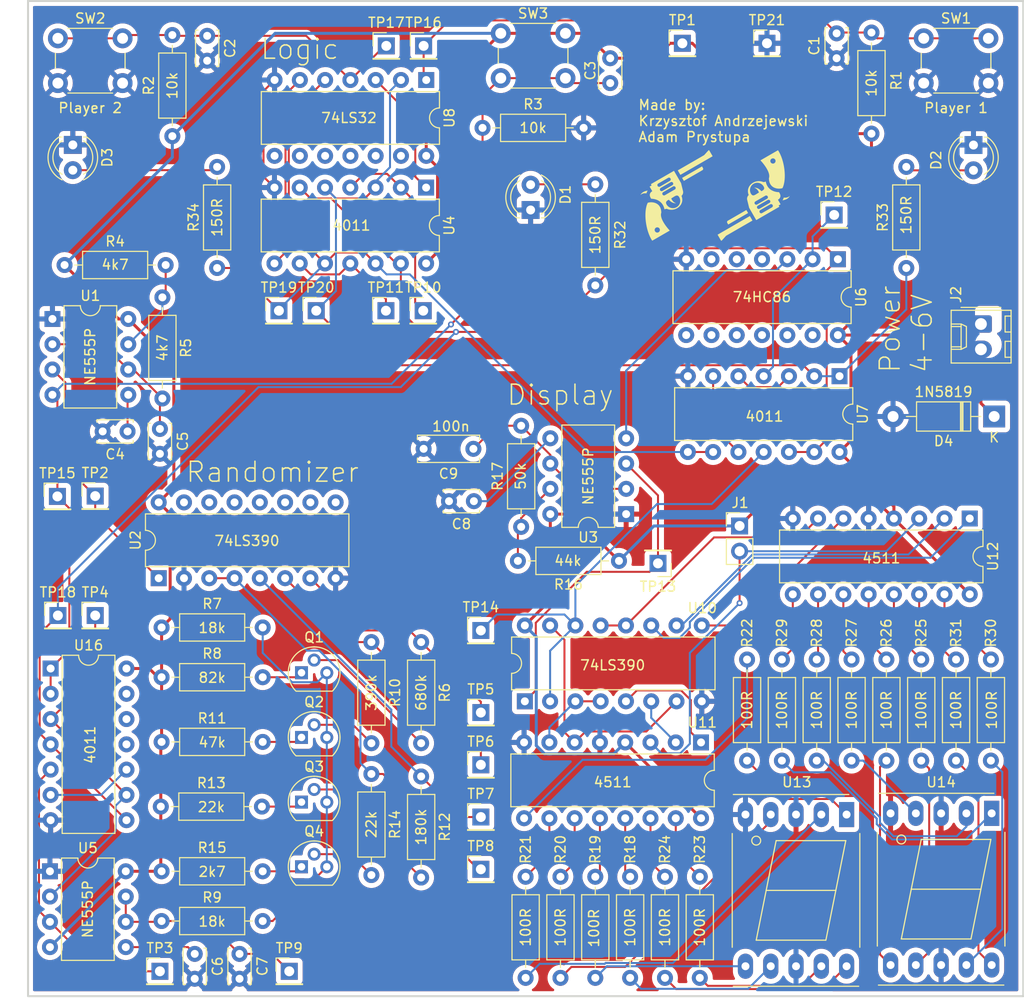
<source format=kicad_pcb>
(kicad_pcb (version 20240108) (generator "pcbnew") (generator_version "8.0")
  (layers (0 "F.Cu" signal) (31 "B.Cu" signal) (34 "B.Paste" user) (35 "F.Paste" user) (36 "B.SilkS" user "B.Silkscreen") (37 "F.SilkS" user "F.Silkscreen") (38 "B.Mask" user) (39 "F.Mask" user) (44 "Edge.Cuts" user))
  (net 0 "")
  (net 1 "GND")
  (net 2 "+5V")
  (net 3 "/Interfejs Użytkownika/~USER_1_SIGNAL")
  (net 4 "/Interfejs Użytkownika/~USER_2_SIGNAL")
  (net 5 "/Interfejs Użytkownika/RESET_SIGNAL")
  (net 6 "Net-(U1-CV)")
  (net 7 "Net-(U1-THR)")
  (net 8 "Net-(U5-CV)")
  (net 9 "Net-(U5-DIS)")
  (net 10 "Net-(U3-CV)")
  (net 11 "Net-(U3-THR)")
  (net 12 "Net-(D1-A)")
  (net 13 "Net-(D2-A)")
  (net 14 "Net-(D3-A)")
  (net 15 "Net-(J1-Pin_2)")
  (net 16 "Net-(Q1-E)")
  (net 17 "Net-(Q1-C)")
  (net 18 "Net-(Q1-B)")
  (net 19 "Net-(Q2-B)")
  (net 20 "Net-(Q2-C)")
  (net 21 "Net-(Q3-B)")
  (net 22 "Net-(Q3-C)")
  (net 23 "Net-(Q4-C)")
  (net 24 "Net-(Q4-B)")
  (net 25 "Net-(U1-DIS)")
  (net 26 "Net-(U2A-Q3)")
  (net 27 "Net-(U2A-Q2)")
  (net 28 "Net-(U2A-Q1)")
  (net 29 "Net-(U2A-Q0)")
  (net 30 "Net-(U3-DIS)")
  (net 31 "Net-(U13-A)")
  (net 32 "Net-(U11-Qa)")
  (net 33 "Net-(U13-B)")
  (net 34 "Net-(U11-Qb)")
  (net 35 "Net-(U11-Qc)")
  (net 36 "Net-(U13-C)")
  (net 37 "Net-(U11-Qd)")
  (net 38 "Net-(U13-D)")
  (net 39 "Net-(U13-E)")
  (net 40 "Net-(U11-Qe)")
  (net 41 "Net-(U11-Qf)")
  (net 42 "Net-(U13-F)")
  (net 43 "Net-(U11-Qg)")
  (net 44 "Net-(U13-G)")
  (net 45 "Net-(U12-Qa)")
  (net 46 "Net-(U14-A)")
  (net 47 "Net-(U12-Qb)")
  (net 48 "Net-(U14-B)")
  (net 49 "Net-(U14-C)")
  (net 50 "Net-(U12-Qc)")
  (net 51 "Net-(U14-D)")
  (net 52 "Net-(U12-Qd)")
  (net 53 "Net-(U12-Qe)")
  (net 54 "Net-(U14-E)")
  (net 55 "Net-(U14-F)")
  (net 56 "Net-(U12-Qf)")
  (net 57 "Net-(U12-Qg)")
  (net 58 "Net-(U14-G)")
  (net 59 "/Licznik Czasu/START_SIGNAL")
  (net 60 "/Licznik Czasu/USER_1_VICTORY")
  (net 61 "/Licznik Czasu/USER_2_VICOTRY")
  (net 62 "Net-(D4-K)")
  (net 63 "/Układ Startowy/High Freq Pulse Generator/PULSE_OUTPUT")
  (net 64 "Net-(TP11-Pad1)")
  (net 65 "Net-(TP10-Pad1)")
  (net 66 "Net-(U4-Pad1)")
  (net 67 "Net-(U4-Pad8)")
  (net 68 "Net-(U7-Pad3)")
  (net 69 "Net-(TP12-Pad1)")
  (net 70 "/Licznik Czasu/10ms_pulse")
  (net 71 "/Licznik Czasu/10ms Pulse Generator/PULSE_ENABLE")
  (net 72 "/Układ Startowy/Start Impulse Generator/~TIMER_ENABLE")
  (net 73 "/Układ Startowy/Start Impulse Generator/START_PULSE_OUTPUT")
  (net 83 "Net-(U7-Pad10)")
  (net 90 "Net-(U10A-MR)")
  (net 91 "Net-(U10A-Q3)")
  (net 92 "Net-(U10A-Q1)")
  (net 93 "Net-(U10A-Q0)")
  (net 94 "Net-(U10B-Q3)")
  (net 95 "Net-(U10A-Q2)")
  (net 96 "Net-(U10B-Q0)")
  (net 97 "Net-(U10B-Q1)")
  (net 98 "Net-(U10B-Q2)")
  (net 99 "Net-(U16-Pad10)")
  (footprint "Resistor_THT:R_Axial_DIN0207_L6.3mm_D2.5mm_P10.16mm_Horizontal" (layer "F.Cu") (at 104.75 33.33 90)
    (property "Reference" "R1")
    (property "Value" "10k")
  )
  (footprint "Connector_PinHeader_2.54mm:PinHeader_1x01_P2.54mm_Vertical" (layer "F.Cu") (at 83.3 76.51 180)
    (property "Reference" "TP13")
    (property "Value" "100Hz TP")
  )
  (footprint "Capacitor_THT:C_Disc_D3.4mm_W2.1mm_P2.50mm" (layer "F.Cu") (at 64.8 70.26 180)
    (property "Reference" "C8")
    (property "Value" "10n")
  )
  (footprint "Package_DIP:DIP-14_W7.62mm" (layer "F.Cu") (at 101.54 57.7 -90)
    (property "Reference" "U7")
    (property "Value" "4011")
  )
  (footprint "Display_7Segment:7SegmentLED_LTS6760_LTS6780" (layer "F.Cu") (at 116.83 101.63 -90)
    (property "Reference" "U14")
    (property "Value" "D148K")
  )
  (footprint "Connector_PinHeader_2.54mm:PinHeader_1x01_P2.54mm_Vertical" (layer "F.Cu") (at 94.25 24.25)
    (property "Reference" "TP21")
    (property "Value" "GND TP")
  )
  (footprint "Package_DIP:DIP-14_W7.62mm" (layer "F.Cu") (at 60 38.75 -90)
    (property "Reference" "U4")
    (property "Value" "4011")
  )
  (footprint "Connector_PinHeader_2.54mm:PinHeader_1x01_P2.54mm_Vertical" (layer "F.Cu") (at 59.71 51.12)
    (property "Reference" "TP10")
    (property "Value" "BlockPlayer1 TS")
  )
  (footprint "Capacitor_THT:C_Disc_D3.4mm_W2.1mm_P2.50mm" (layer "F.Cu") (at 78.5 25.75 -90)
    (property "Reference" "C3")
    (property "Value" "10n")
  )
  (footprint "Capacitor_THT:C_Disc_D3.4mm_W2.1mm_P2.50mm" (layer "F.Cu") (at 33.25 63 -90)
    (property "Reference" "C5")
    (property "Value" "10n")
  )
  (footprint "Resistor_THT:R_Axial_DIN0207_L6.3mm_D2.5mm_P10.16mm_Horizontal" (layer "F.Cu") (at 102.75 86.17 -90)
    (property "Reference" "R27")
    (property "Value" "100R")
  )
  (footprint "Resistor_THT:R_Axial_DIN0207_L6.3mm_D2.5mm_P10.16mm_Horizontal" (layer "F.Cu") (at 108.25 46.83 90)
    (property "Reference" "R33")
    (property "Value" "150R")
  )
  (footprint "Resistor_THT:R_Axial_DIN0207_L6.3mm_D2.5mm_P10.16mm_Horizontal" (layer "F.Cu") (at 116.75 86.17 -90)
    (property "Reference" "R30")
    (property "Value" "100R")
  )
  (footprint "Resistor_THT:R_Axial_DIN0207_L6.3mm_D2.5mm_P10.16mm_Horizontal" (layer "F.Cu") (at 84 108 -90)
    (property "Reference" "R24")
    (property "Value" "100R")
  )
  (footprint "Resistor_THT:R_Axial_DIN0207_L6.3mm_D2.5mm_P10.16mm_Horizontal" (layer "F.Cu") (at 109.75 86.17 -90)
    (property "Reference" "R25")
    (property "Value" "100R")
  )
  (footprint "Button_Switch_THT:SW_PUSH_6mm_H5mm" (layer "F.Cu") (at 110 23.75)
    (property "Reference" "SW1")
    (property "Value" "Player 1")
  )
  (footprint "Resistor_THT:R_Axial_DIN0207_L6.3mm_D2.5mm_P10.16mm_Horizontal" (layer "F.Cu") (at 33.34 100.95)
    (property "Reference" "R13")
    (property "Value" "22k")
  )
  (footprint "Connector_PinHeader_2.54mm:PinHeader_1x01_P2.54mm_Vertical" (layer "F.Cu") (at 55.96 51.12)
    (property "Reference" "TP11")
    (property "Value" "BlockPlayer2 TS")
  )
  (footprint "Resistor_THT:R_Axial_DIN0207_L6.3mm_D2.5mm_P10.16mm_Horizontal" (layer "F.Cu") (at 33.42 87.95)
    (property "Reference" "R8")
    (property "Value" "82k")
  )
  (footprint "Resistor_THT:R_Axial_DIN0207_L6.3mm_D2.5mm_P10.16mm_Horizontal" (layer "F.Cu") (at 33.42 107.45)
    (property "Reference" "R15")
    (property "Value" "2k7")
  )
  (footprint "Connector_PinHeader_2.54mm:PinHeader_1x01_P2.54mm_Vertical" (layer "F.Cu") (at 23 81.75)
    (property "Reference" "TP18")
    (property "Value" "StartSignal TP")
  )
  (footprint "Resistor_THT:R_Axial_DIN0207_L6.3mm_D2.5mm_P10.16mm_Horizontal" (layer "F.Cu") (at 33.42 94.45)
    (property "Reference" "R11")
    (property "Value" "47k")
  )
  (footprint "LED_THT:LED_D4.0mm" (layer "F.Cu") (at 24.5 34.46 -90)
    (property "Reference" "D3")
    (property "Value" "LED")
  )
  (footprint "Connector_PinHeader_2.54mm:PinHeader_1x01_P2.54mm_Vertical" (layer "F.Cu") (at 65.5 83.25)
    (property "Reference" "TP14")
    (property "Value" "TimerReset TP")
  )
  (footprint "Connector_PinHeader_2.54mm:PinHeader_1x01_P2.54mm_Vertical" (layer "F.Cu") (at 45.21 51.12)
    (property "Reference" "TP19")
    (property "Value" "User2Victory TP")
  )
  (footprint "Package_DIP:DIP-14_W7.62mm" (layer "F.Cu") (at 60.012448 27.94 -90)
    (property "Reference" "U8")
    (property "Value" "74LS32")
  )
  (footprint "Connector_PinHeader_2.54mm:PinHeader_1x01_P2.54mm_Vertical" (layer "F.Cu") (at 48.96 51.12)
    (property "Reference" "TP20")
    (property "Value" "User1Victory TP")
  )
  (footprint "Resistor_THT:R_Axial_DIN0207_L6.3mm_D2.5mm_P10.16mm_Horizontal" (layer "F.Cu") (at 77 48.58 90)
    (property "Reference" "R32")
    (property "Value" "150R")
  )
  (footprint "LED_THT:LED_D4.0mm" (layer "F.Cu") (at 70.5 41 90)
    (property "Reference" "D1")
    (property "Value" "LED")
  )
  (footprint "Capacitor_THT:C_Disc_D3.4mm_W2.1mm_P2.50mm" (layer "F.Cu") (at 101.25 23.25 -90)
    (property "Reference" "C1")
    (property "Value" "10n")
  )
  (footprint "Resistor_THT:R_Axial_DIN0207_L6.3mm_D2.5mm_P10.16mm_Horizontal" (layer "F.Cu") (at 99.25 86.17 -90)
    (property "Reference" "R28")
    (property "Value" "100R")
  )
  (footprint "Resistor_THT:R_Axial_DIN0207_L6.3mm_D2.5mm_P10.16mm_Horizontal" (layer "F.Cu") (at 77 108 -90)
    (property "Reference" "R19")
    (property "Value" "100R")
  )
  (footprint "Connector_PinHeader_2.54mm:PinHeader_1x01_P2.54mm_Vertical" (layer "F.Cu") (at 46.25 117.5)
    (property "Reference" "TP9")
    (property "Value" "RandomizerResistance TP")
  )
  (footprint "Resistor_THT:R_Axial_DIN0207_L6.3mm_D2.5mm_P10.16mm_Horizontal" (layer "F.Cu") (at 69.55 72.84 90)
    (property "Reference" "R17")
    (property "Value" "50k")
  )
  (footprint "Connector_PinHeader_2.54mm:PinHeader_1x01_P2.54mm_Vertical" (layer "F.Cu") (at 26.75 69.75)
    (property "Reference" "TP2")
    (property "Value" "10kHz TP")
  )
  (footprint "Connector_PinHeader_2.54mm:PinHeader_1x01_P2.54mm_Vertical" (layer "F.Cu") (at 65.5 107.25)
    (property "Reference" "TP8")
    (property "Value" "RandomizerQ0 TP")
  )
  (footprint "Package_DIP:DIP-16_W7.62mm" (layer "F.Cu") (at 33.13 78 90)
    (property "Reference" "U2")
    (property "Value" "74LS390")
  )
  (footprint "Capacitor_THT:C_Disc_D3.4mm_W2.1mm_P2.50mm" (layer "F.Cu") (at 36.75 115.75 -90)
    (property "Reference" "C6")
    (property "Value" "10n")
  )
  (footprint "Package_DIP:DIP-16_W7.62mm" (layer "F.Cu") (at 87.625 94.5 -90)
    (property "Reference" "U11")
    (property "Value" "4511")
  )
  (footprint "Connector_PinHeader_2.54mm:PinHeader_1x01_P2.54mm_Vertical" (layer "F.Cu") (at 33.25 117.5)
    (property "Reference" "TP3")
    (property "Value" "StartPulse TP")
  )
  (footprint "Resistor_THT:R_Axial_DIN0207_L6.3mm_D2.5mm_P10.16mm_Horizontal" (layer "F.Cu") (at 106.25 86.17 -90)
    (property "Reference" "R26")
    (property "Value" "100R")
  )
  (footprint "Resistor_THT:R_Axial_DIN0207_L6.3mm_D2.5mm_P10.16mm_Horizontal" (layer "F.Cu") (at 54.5 84.42 -90)
    (property "Reference" "R10")
    (property "Value" "390k")
  )
  (footprint "Resistor_THT:R_Axial_DIN0207_L6.3mm_D2.5mm_P10.16mm_Horizontal" (layer "F.Cu") (at 33.42 82.95)
    (property "Reference" "R7")
    (property "Value" "18k")
  )
  (footprint "Connector_PinHeader_2.54mm:PinHeader_1x01_P2.54mm_Vertical" (layer "F.Cu") (at 101 41.5)
    (property "Reference" "TP12")
    (property "Value" "UserVictory TP")
  )
  (footprint "Capacitor_THT:C_Disc_D3.4mm_W2.1mm_P2.50mm" (layer "F.Cu") (at 38 23.5 -90)
    (property "Reference" "C2")
    (property "Value" "10n")
  )
  (footprint "Resistor_THT:R_Axial_DIN0207_L6.3mm_D2.5mm_P10.16mm_Horizontal" (layer "F.Cu") (at 59.5 97.92 -90)
    (property "Reference" "R12")
    (property "Value" "180k")
  )
  (footprint "Resistor_THT:R_Axial_DIN0207_L6.3mm_D2.5mm_P10.16mm_Horizontal" (layer "F.Cu") (at 113.25 86.17 -90)
    (property "Reference" "R31")
    (property "Value" "100R")
  )
  (footprint "Connector_PinHeader_2.54mm:PinHeader_1x01_P2.54mm_Vertical" (layer "F.Cu") (at 85.75 24.25)
    (property "Reference" "TP1")
    (property "Value" "5V TP")
  )
  (footprint "Package_DIP:DIP-14_W7.62mm" (layer "F.Cu") (at 22.27 87.075)
    (property "Reference" "U16")
    (property "Value" "4011")
  )
  (footprint "Package_DIP:DIP-16_W7.62mm" (layer "F.Cu") (at 114.625 72 -90)
    (property "Reference" "U12")
    (property "Value" "4511")
  )
  (footprint "Connector_PinHeader_2.54mm:PinHeader_1x01_P2.54mm_Vertical" (layer "F.Cu") (at 65.5 91.5)
    (property "Reference" "TP5")
    (property "Value" "RandomizerQ3 TP")
  )
  (footprint "Capacitor_THT:C_Disc_D3.4mm_W2.1mm_P2.50mm" (layer "F.Cu") (at 30 63.25 180)
    (property "Reference" "C4")
    (property "Value" "10n")
  )
  (footprint "Connector_PinHeader_2.54mm:PinHeader_1x02_P2.54mm_Vertical" (layer "F.Cu") (at 91.5 72.75)
    (property "Reference" "J1")
    (property "Value" "Light Test Bridge")
  )
  (footprint "Resistor_THT:R_Axial_DIN0207_L6.3mm_D2.5mm_P10.16mm_Horizontal" (layer "F.Cu") (at 34.5 33.58 90)
    (property "Reference" "R2")
    (property "Value" "10k")
  )
  (footprint "Button_Switch_THT:SW_PUSH_6mm_H5mm" (layer "F.Cu") (at 23 23.75)
    (property "Reference" "SW2")
    (property "Value" "Player 2")
  )
  (footprint "Resistor_THT:R_Axial_DIN0207_L6.3mm_D2.5mm_P10.16mm_Horizontal" (layer "F.Cu") (at 87.5 108 -90)
    (property "Reference" "R23")
    (property "Value" "100R")
  )
  (footprint "Package_DIP:DIP-16_W7.62mm" (layer "F.Cu") (at 69.92 90.37 90)
    (property "Reference" "U10")
    (property "Value" "74LS390")
  )
  (footprint "Package_TO_SOT_THT:TO-92" (layer "F.Cu") (at 47.48 100.5)
    (property "Reference" "Q3")
    (property "Value" "BC547")
  )
  (footprint "Connector_Molex:Molex_KK-254_AE-6410-02A_1x02_P2.54mm_Vertical" (layer "F.Cu") (at 115.75 52.46 -90)
    (property "Reference" "J2")
    (property "Value" "Power Pins")
  )
  (footprint "Capacitor_THT:C_Disc_D6.0mm_W2.5mm_P5.00mm" (layer "F.Cu") (at 64.75 65 180)
    (property "Reference" "C9")
    (property "Value" "100n")
  )
  (footprint "Package_TO_SOT_THT:TO-92" (layer "F.Cu") (at 47.48 107)
    (property "Reference" "Q4")
    (property "Value" "BC547")
  )
  (footprint "Resistor_THT:R_Axial_DIN0207_L6.3mm_D2.5mm_P10.16mm_Horizontal" (layer "F.Cu") (at 54.5 97.67 -90)
    (property "Reference" "R14")
    (property "Value" "22k")
  )
  (footprint "Package_DIP:DIP-8_W7.62mm" (layer "F.Cu") (at 80.1 71.56 180)
    (property "Reference" "U3")
    (property "Value" "NE555P")
  )
  (footprint "Resistor_THT:R_Axial_DIN0207_L6.3mm_D2.5mm_P10.16mm_Horizontal" (layer "F.Cu") (at 23.67 46.53)
    (property "Reference" "R4")
    (property "Value" "4k7")
  )
  (footprint "Package_TO_SOT_THT:TO-92" (layer "F.Cu") (at 47.48 87.5)
    (property "Reference" "Q1")
    (property "Value" "BC547")
  )
  (footprint "Connector_PinHeader_2.54mm:PinHeader_1x01_P2.54mm_Vertical" (layer "F.Cu") (at 56 24.51)
    (property "Reference" "TP17")
    (property "Value" "User2Signal TP")
  )
  (footprint "Package_DIP:DIP-8_W7.62mm" (layer "F.Cu") (at 22.45 51.95)
    (property "Reference" "U1")
    (property "Value" "NE555P")
  )
  (footprint "Connector_PinHeader_2.54mm:PinHeader_1x01_P2.54mm_Vertical" (layer "F.Cu") (at 65.5 96.75)
    (property "Reference" "TP6")
    (property "Value" "RandomizerQ2 TP")
  )
  (footprint "Connector_PinHeader_2.54mm:PinHeader_1x01_P2.54mm_Vertical" (layer "F.Cu") (at 26.75 81.75)
    (property "Reference" "TP4")
    (property "Value" "NegatedTimerErnable TP")
  )
  (footprint "Resistor_THT:R_Axial_DIN0207_L6.3mm_D2.5mm_P10.16mm_Horizontal" (layer "F.Cu") (at 73.5 108 -90)
    (property "Reference" "R20")
    (property "Value" "100R")
  )
  (footprint "Resistor_THT:R_Axial_DIN0207_L6.3mm_D2.5mm_P10.16mm_Horizontal" (layer "F.Cu") (at 70 108 -90)
    (property "Reference" "R21")
    (property "Value" "100R")
  )
  (footprint "Package_TO_SOT_THT:TO-92" (layer "F.Cu") (at 47.48 94)
    (property "Reference" "Q2")
    (property "Value" "BC547")
  )
  (footprint "Diode_THT:D_DO-41_SOD81_P10.16mm_Horizontal" (layer "F.Cu") (at 117.08 61.75 180)
    (property "Reference" "D4")
    (property "Value" "1N5819")
  )
  (footprint "Package_DIP:DIP-8_W7.62mm" (layer "F.Cu") (at 22.2 107.45)
    (property "Reference" "U5")
    (property "Value" "NE555P")
  )
  (footprint "Connector_PinHeader_2.54mm:PinHeader_1x01_P2.54mm_Vertical" (layer "F.Cu") (at 22.95 69.78)
    (property "Reference" "TP15")
    (property "Value" "ResetSignal TP")
  )
  (footprint "Resistor_THT:R_Axial_DIN0207_L6.3mm_D2.5mm_P10.16mm_Horizontal" (layer "F.Cu") (at 80.5 108 -90)
    (property "Reference" "R18")
    (property "Value" "100R")
  )
  (footprint "Connector_PinHeader_2.54mm:PinHeader_1x01_P2.54mm_Vertical" (layer "F.Cu") (at 65.5 102)
    (property "Reference" "TP7")
    (property "Value" "RandomizerQ1 TP")
  )
  (footprint "Package_DIP:DIP-14_W7.62mm" (layer "F.Cu") (at 101.375 45.95 -90)
    (property "Reference" "U6")
    (property "Value" "74HC86")
  )
  (footprint "LED_THT:LED_D4.0mm" (layer "F.Cu") (at 115 34.475 -90)
    (property "Reference" "D2")
    (property "Value" "LED")
  )
  (footprint "Resistor_THT:R_Axial_DIN0207_L6.3mm_D2.5mm_P10.16mm_Horizontal" (layer "F.Cu") (at 33.42 112.45)
    (property "Reference" "R9")
    (property "Value" "18k")
  )
  (footprint "Display_7Segment:7SegmentLED_LTS6760_LTS6780" (layer "F.Cu") (at 102.25 101.75 -90)
    (property "Reference" "U13")
    (property "Value" "D148K" (hide yes))
  )
  (footprint "Resistor_THT:R_Axial_DIN0207_L6.3mm_D2.5mm_P10.16mm_Horizontal" (layer "F.Cu") (at 59.5 84.42 -90)
    (property "Reference" "R6")
    (property "Value" "680k")
  )
  (footprint "Resistor_THT:R_Axial_DIN0207_L6.3mm_D2.5mm_P10.16mm_Horizontal" (layer "F.Cu") (at 79.38 76.26 180)
    (property "Reference" "R16")
    (property "Value" "44k")
  )
  (footprint "Button_Switch_THT:SW_PUSH_6mm_H5mm" (layer "F.Cu") (at 67.5 23.25)
    (property "Reference" "SW3")
    (property "Value" "SW_Push")
  )
  (footprint "Resistor_THT:R_Axial_DIN0207_L6.3mm_D2.5mm_P10.16mm_Horizontal" (layer "F.Cu") (at 39 46.83 90)
    (property "Reference" "R34")
    (property "Value" "150R")
  )
  (footprint "Resistor_THT:R_Axial_DIN0207_L6.3mm_D2.5mm_P10.16mm_Horizontal" (layer "F.Cu") (at 95.75 86.17 -90)
    (property "Reference" "R29")
    (property "Value" "100R")
  )
  (footprint "Capacitor_THT:C_Disc_D3.4mm_W2.1mm_P2.50mm" (layer "F.Cu") (at 41.25 115.75 -90)
    (property "Reference" "C7")
    (property "Value" "10n")
  )
  (footprint "Resistor_THT:R_Axial_DIN0207_L6.3mm_D2.5mm_P10.16mm_Horizontal" (layer "F.Cu") (at 33.5 49.78 -90)
    (property "Reference" "R5")
    (property "Value" "4k7")
  )
  (footprint "Resistor_THT:R_Axial_DIN0207_L6.3mm_D2.5mm_P10.16mm_Horizontal" (layer "F.Cu") (at 65.67 32.75)
    (property "Reference" "R3")
    (property "Value" "10k")
  )
  (footprint "Connector_PinHeader_2.54mm:PinHeader_1x01_P2.54mm_Vertical" (layer "F.Cu") (at 59.75 24.51)
    (property "Reference" "TP16")
    (property "Value" "User1Signal TP")
  )
  (footprint "Resistor_THT:R_Axial_DIN0207_L6.3mm_D2.5mm_P10.16mm_Horizontal" (layer "F.Cu") (at 92.25 86.17 -90)
    (property "Reference" "R22")
    (property "Value" "100R")
  )
  (gr_poly (pts (xy 88.381052 35.001332) (xy 88.384107 34.999842) (xy 88.387241 34.998534) (xy 88.390446 34.997413) (xy 88.393714 34.996479) (xy 88.397036 34.995737) (xy 88.400404 34.99519) (xy 88.40381 34.994841) (xy 88.407244 34.994694) (xy 88.4107 34.994752) (xy 88.414168 34.995017) (xy 88.417615 34.995489) (xy 88.421005 34.996162) (xy 88.424331 34.99703) (xy 88.427587 34.998089) (xy 88.430764 34.999333) (xy 88.433855 35.000759) (xy 88.436852 35.002361) (xy 88.439748 35.004133) (xy 88.442536 35.006072) (xy 88.445208 35.008172) (xy 88.447756 35.010429) (xy 88.450173 35.012838) (xy 88.452452 35.015393) (xy 88.454585 35.018088) (xy 88.456564 35.020922) (xy 88.458382 35.023888) (xy 88.790868 35.59977) (xy 85.547378 37.4724) (xy 85.285316 37.018496) (xy 87.936418 35.487882) (xy 88.36486 35.013915) (xy 88.367263 35.0114) (xy 88.369795 35.009048) (xy 88.372448 35.006862) (xy 88.375214 35.004844) (xy 88.378086 35.003)) (stroke (width -0.000001)) (fill solid) (layer "F.SilkS"))
  (gr_poly (pts (xy 96.228218 39.901664) (xy 96.21642 39.907853) (xy 96.204544 39.913882) (xy 96.192587 39.919751) (xy 96.180552 39.925459) (xy 96.168442 39.931005) (xy 96.156257 39.936388) (xy 96.143998 39.941608) (xy 96.119118 39.951477) (xy 96.094041 39.960827) (xy 96.068776 39.969657) (xy 96.04333 39.977961) (xy 96.030676 39.981862) (xy 96.018048 39.985575) (xy 96.005446 39.989116) (xy 95.992877 39.992501) (xy 95.967851 39.998869) (xy 95.942998 40.004812) (xy 95.926156 40.008477) (xy 95.909274 40.011943) (xy 95.892353 40.01521) (xy 95.875396 40.018277) (xy 95.858403 40.021143) (xy 95.841378 40.023809) (xy 95.824321 40.026274) (xy 95.807234 40.028537) (xy 95.818515 40.013013) (xy 95.829372 39.997216) (xy 95.8398 39.981157) (xy 95.849794 39.964844) (xy 95.859351 39.948285) (xy 95.868465 39.931491) (xy 95.877135 39.91447) (xy 95.885355 39.89723) (xy 95.89312 39.879781) (xy 95.900428 39.862132) (xy 95.907273 39.844292) (xy 95.913653 39.826269) (xy 95.919561 39.808073) (xy 95.924995 39.789713) (xy 95.929951 39.771197) (xy 95.934423 39.752535) (xy 95.943673 39.753761) (xy 95.95292 39.754875) (xy 95.962233 39.75589) (xy 95.971676 39.756825) (xy 95.991227 39.758509) (xy 96.012109 39.760049) (xy 96.023002 39.760701) (xy 96.03395 39.761189) (xy 96.044949 39.761527) (xy 96.055988 39.761729) (xy 96.067061 39.761806) (xy 96.078158 39.761771) (xy 96.1004 39.761418) (xy 96.111472 39.760944) (xy 96.122534 39.760322) (xy 96.133586 39.759552) (xy 96.144627 39.758633) (xy 96.155655 39.757568) (xy 96.166667 39.756353) (xy 96.177663 39.754991) (xy 96.188642 39.753482) (xy 96.194149 39.752697) (xy 96.199594 39.751834) (xy 96.210362 39.749941) (xy 96.231846 39.745962) (xy 96.237235 39.744955) (xy 96.242563 39.743842) (xy 96.247835 39.742644) (xy 96.253058 39.741377) (xy 96.263393 39.738717) (xy 96.273627 39.736018) (xy 96.283534 39.733264) (xy 96.293393 39.730351) (xy 96.303201 39.727278) (xy 96.312959 39.724046) (xy 96.322662 39.720656) (xy 96.33231 39.71711) (xy 96.3419 39.713407) (xy 96.351431 39.709547) (xy 96.360076 39.705939) (xy 96.368657 39.702187) (xy 96.377174 39.698296) (xy 96.385624 39.694264) (xy 96.394008 39.690093) (xy 96.402321 39.685784) (xy 96.410564 39.681336) (xy 96.418733 39.676753) (xy 96.426788 39.672402) (xy 96.434536 39.668056) (xy 96.441973 39.663709) (xy 96.449099 39.659358) (xy 96.455911 39.654998) (xy 96.462407 39.650625) (xy 96.468585 39.646234) (xy 96.474442 39.641821) (xy 96.495999 39.62523) (xy 96.50565 39.617717) (xy 96.510134 39.614141) (xy 96.514367 39.610679) (xy 96.547719 39.580802) (xy 96.526862 39.620912) (xy 96.521219 39.630883) (xy 96.514916 39.641849) (xy 96.511437 39.647618) (xy 96.507699 39.65353) (xy 96.503671 39.659551) (xy 96.499321 39.665646) (xy 96.480157 39.692129) (xy 96.474878 39.699194) (xy 96.469331 39.706349) (xy 96.463479 39.713549) (xy 96.457287 39.720752) (xy 96.450551 39.728715) (xy 96.443687 39.736566) (xy 96.436697 39.744303) (xy 96.429581 39.751922) (xy 96.422343 39.759426) (xy 96.414981 39.76681) (xy 96.407498 39.774073) (xy 96.399897 39.781215) (xy 96.391181 39.789215) (xy 96.38234 39.797071) (xy 96.373374 39.804783) (xy 96.364286 39.81235) (xy 96.355078 39.81977) (xy 96.345751 39.827042) (xy 96.336308 39.834163) (xy 96.326749 39.841133) (xy 96.316609 39.848377) (xy 96.306313 39.855632) (xy 96.301078 39.8592) (xy 96.295769 39.862696) (xy 96.290374 39.866092) (xy 96.284881 39.869364) (xy 96.239931 39.895316)) (stroke (width -0.000001)) (fill solid) (layer "F.SilkS"))
  (gr_poly (pts (xy 90.256414 42.289479) (xy 90.252776 42.282801) (xy 90.249487 42.275981) (xy 90.246549 42.269032) (xy 90.243964 42.261968) (xy 90.241733 42.254803) (xy 90.239859 42.24755) (xy 90.238342 42.240222) (xy 90.237185 42.232833) (xy 90.23639 42.225397) (xy 90.235959 42.217926) (xy 90.235893 42.210435) (xy 90.236193 42.202936) (xy 90.236861 42.195444) (xy 90.237902 42.187972) (xy 90.239313 42.180533) (xy 90.241098 42.173141) (xy 90.243248 42.165847) (xy 90.245745 42.158699) (xy 90.248581 42.151708) (xy 90.251747 42.144885) (xy 90.255236 42.138241) (xy 90.25904 42.131787) (xy 90.263149 42.125533) (xy 90.267555 42.11949) (xy 90.272252 42.11367) (xy 90.277229 42.108082) (xy 90.282479 42.102738) (xy 90.287993 42.097648) (xy 90.293764 42.092823) (xy 90.299783 42.088276) (xy 90.306041 42.084013) (xy 90.31253 42.080049) (xy 92.180274 41.001706) (xy 92.355488 41.305186) (xy 90.354971 42.460185)) (stroke (width -0.000001)) (fill solid) (layer "F.SilkS"))
  (gr_poly (pts (xy 87.821094 36.791918) (xy 87.824732 36.798596) (xy 87.828021 36.805416) (xy 87.830959 36.812365) (xy 87.833544 36.819429) (xy 87.835775 36.826594) (xy 87.837649 36.833847) (xy 87.839166 36.841175) (xy 87.840323 36.848564) (xy 87.841118 36.856) (xy 87.841549 36.863471) (xy 87.841615 36.870962) (xy 87.841315 36.878461) (xy 87.840647 36.885953) (xy 87.839606 36.893425) (xy 87.838195 36.900864) (xy 87.83641 36.908256) (xy 87.83426 36.91555) (xy 87.831763 36.922698) (xy 87.828927 36.929689) (xy 87.825761 36.936512) (xy 87.822272 36.943156) (xy 87.818468 36.94961) (xy 87.814359 36.955864) (xy 87.809953 36.961907) (xy 87.805256 36.967727) (xy 87.800279 36.973315) (xy 87.795029 36.978659) (xy 87.789515 36.983749) (xy 87.783744 36.988574) (xy 87.777725 36.993121) (xy 87.771467 36.997384) (xy 87.764978 37.001348) (xy 85.897234 38.079691) (xy 85.72202 37.776211) (xy 87.722537 36.621212)) (stroke (width -0.000001)) (fill solid) (layer "F.SilkS"))
  (gr_poly (pts (xy 95.810266 38.802484) (xy 95.775909 38.814049) (xy 95.737833 38.824657) (xy 95.696338 38.834102) (xy 95.651725 38.842178) (xy 95.604294 38.848678) (xy 95.554346 38.853398) (xy 95.502179 38.856128) (xy 95.448095 38.856664) (xy 95.392394 38.854799) (xy 95.335377 38.850328) (xy 95.277342 38.843042) (xy 95.218591 38.832738) (xy 95.159425 38.819206) (xy 95.100142 38.802243) (xy 95.041043 38.781641) (xy 94.982429 38.757195) (xy 94.918904 38.725609) (xy 94.859292 38.690137) (xy 94.803608 38.650824) (xy 94.75187 38.607717) (xy 94.704096 38.560862) (xy 94.660303 38.510306) (xy 94.620507 38.456092) (xy 94.584728 38.398269) (xy 94.552981 38.336882) (xy 94.525283 38.271977) (xy 94.501654 38.203599) (xy 94.482108 38.131797) (xy 94.466665 38.056615) (xy 94.45534 37.978098) (xy 94.448152 37.896293) (xy 94.445117 37.811247) (xy 94.450577 37.795444) (xy 94.453171 37.787666) (xy 94.454412 37.783781) (xy 94.455607 37.77989) (xy 94.470484 37.715453) (xy 94.478426 37.648843) (xy 94.47986 37.580336) (xy 94.47521 37.510211) (xy 94.464897 37.438742) (xy 94.449346 37.366208) (xy 94.428981 37.292884) (xy 94.404225 37.219046) (xy 94.375502 37.144973) (xy 94.343236 37.07094) (xy 94.269769 36.924101) (xy 94.187212 36.780745) (xy 94.098955 36.643082) (xy 94.008388 36.513326) (xy 93.9189 36.39369) (xy 93.83388 36.286389) (xy 93.756718 36.193634) (xy 93.594434 36.012342) (xy 95.358423 34.993903) (xy 95.419555 35.089075) (xy 95.478128 35.189339) (xy 95.58741 35.403722) (xy 95.673929 35.60622) (xy 95.080647 35.948751) (xy 95.070826 35.932302) (xy 95.059859 35.916648) (xy 95.047801 35.901846) (xy 95.034701 35.887957) (xy 95.020612 35.87504) (xy 95.005587 35.863154) (xy 94.989677 35.852359) (xy 94.972934 35.842712) (xy 94.955409 35.834274) (xy 94.937154 35.827105) (xy 94.918224 35.821262) (xy 94.898907 35.816854) (xy 94.879514 35.813936) (xy 94.860118 35.812478) (xy 94.840795 35.81246) (xy 94.821618 35.813852) (xy 94.802662 35.816632) (xy 94.784003 35.820772) (xy 94.765714 35.826249) (xy 94.747869 35.833036) (xy 94.730544 35.841109) (xy 94.713813 35.850444) (xy 94.697751 35.861011) (xy 94.682431 35.872789) (xy 94.667929 35.885752) (xy 94.65432 35.899872) (xy 94.641678 35.915127) (xy 94.630214 35.931287) (xy 94.620096 35.948086) (xy 94.611329 35.965448) (xy 94.603917 35.983294) (xy 94.597865 36.001544) (xy 94.593179 36.020121) (xy 94.589865 36.038946) (xy 94.587926 36.05794) (xy 94.58737 36.077024) (xy 94.588199 36.096121) (xy 94.59042 36.115152) (xy 94.594039 36.134038) (xy 94.59906 36.1527) (xy 94.605487 36.17106) (xy 94.613328 36.189041) (xy 94.622579 36.206551) (xy 94.629633 36.218085) (xy 94.637186 36.229136) (xy 94.64521 36.239692) (xy 94.653682 36.249745) (xy 94.662582 36.25929) (xy 94.671886 36.26832) (xy 94.68157 36.27683) (xy 94.691613 36.284813) (xy 94.701992 36.292264) (xy 94.712685 36.299176) (xy 94.723668 36.305544) (xy 94.73492 36.311361) (xy 94.746419 36.316621) (xy 94.75814 36.321318) (xy 94.770062 36.325448) (xy 94.782162 36.329002) (xy 94.794417 36.331974) (xy 94.806806 36.334361) (xy 94.819305 36.336153) (xy 94.831892 36.337348) (xy 94.844545 36.337936) (xy 94.857241 36.337914) (xy 94.869956 36.337275) (xy 94.882669 36.336013) (xy 94.895357 36.334121) (xy 94.907998 36.331595) (xy 94.920569 36.328426) (xy 94.933047 36.324611) (xy 94.945411 36.320142) (xy 94.957636 36.315014) (xy 94.969701 36.30922) (xy 94.981584 36.302754) (xy 94.990094 36.297626) (xy 94.998359 36.292213) (xy 95.006375 36.286523) (xy 95.014137 36.280565) (xy 95.021641 36.274348) (xy 95.028883 36.267881) (xy 95.035857 36.261172) (xy 95.04256 36.254231) (xy 95.048988 36.247066) (xy 95.055136 36.239687) (xy 95.061 36.232102) (xy 95.066575 36.224318) (xy 95.071857 36.216347) (xy 95.076841 36.208196) (xy 95.081525 36.199874) (xy 95.085902 36.191391) (xy 95.08997 36.182754) (xy 95.093721 36.173974) (xy 95.097155 36.165058) (xy 95.100264 36.156015) (xy 95.103046 36.146854) (xy 95.105496 36.137585) (xy 95.107609 36.128216) (xy 95.109382 36.118755) (xy 95.110809 36.109211) (xy 95.111887 36.099594) (xy 95.112611 36.089912) (xy 95.112976 36.080174) (xy 95.112979 36.07039) (xy 95.112615 36.060566) (xy 95.111879 36.050713) (xy 95.110769 36.04084) (xy 95.107449 36.021307) (xy 95.102725 36.002273) (xy 95.096648 35.983796) (xy 95.089272 35.965936) (xy 95.080647 35.948751) (xy 95.673929 35.60622) (xy 95.685888 35.63421) (xy 95.773183 35.87796) (xy 95.848917 36.132128) (xy 95.912708 36.393873) (xy 95.964177 36.660349) (xy 96.002944 36.928715) (xy 96.028631 37.196128) (xy 96.040857 37.459744) (xy 96.039242 37.716721) (xy 96.023408 37.964215) (xy 95.992973 38.199383) (xy 95.947559 38.419382) (xy 95.919117 38.522805) (xy 95.886788 38.62137) (xy 95.850524 38.714721) (xy 95.810276 38.802503)) (stroke (width -0.000001)) (fill solid) (layer "F.SilkS"))
  (gr_poly (pts (xy 89.696456 44.080065) (xy 89.693401 44.081555) (xy 89.690267 44.082863) (xy 89.687062 44.083984) (xy 89.683794 44.084918) (xy 89.680472 44.08566) (xy 89.677104 44.086207) (xy 89.673698 44.086556) (xy 89.670264 44.086703) (xy 89.666808 44.086645) (xy 89.66334 44.08638) (xy 89.659893 44.085908) (xy 89.656503 44.085235) (xy 89.653177 44.084367) (xy 89.649921 44.083308) (xy 89.646744 44.082064) (xy 89.643653 44.080638) (xy 89.640656 44.079036) (xy 89.63776 44.077264) (xy 89.634972 44.075325) (xy 89.6323 44.073225) (xy 89.629752 44.070968) (xy 89.627335 44.068559) (xy 89.625056 44.066004) (xy 89.622923 44.063309) (xy 89.620944 44.060475) (xy 89.619126 44.057509) (xy 89.28664 43.481627) (xy 92.53013 41.608997) (xy 92.792192 42.062901) (xy 90.14109 43.593515) (xy 89.712648 44.067482) (xy 89.710245 44.069997) (xy 89.707713 44.072349) (xy 89.70506 44.074535) (xy 89.702294 44.076553) (xy 89.699422 44.078397)) (stroke (width -0.000001)) (fill solid) (layer "F.SilkS"))
  (gr_poly (pts (xy 81.84929 39.179733) (xy 81.861088 39.173544) (xy 81.872964 39.167515) (xy 81.884921 39.161646) (xy 81.896956 39.155938) (xy 81.909066 39.150392) (xy 81.921251 39.145009) (xy 81.93351 39.139789) (xy 81.95839 39.12992) (xy 81.983467 39.12057) (xy 82.008732 39.11174) (xy 82.034178 39.103436) (xy 82.046832 39.099535) (xy 82.05946 39.095822) (xy 82.072062 39.092281) (xy 82.084631 39.088896) (xy 82.109657 39.082528) (xy 82.13451 39.076585) (xy 82.151352 39.07292) (xy 82.168234 39.069454) (xy 82.185155 39.066187) (xy 82.202112 39.06312) (xy 82.219105 39.060254) (xy 82.23613 39.057588) (xy 82.253187 39.055123) (xy 82.270274 39.05286) (xy 82.258993 39.068384) (xy 82.248136 39.084181) (xy 82.237708 39.10024) (xy 82.227714 39.116553) (xy 82.218157 39.133112) (xy 82.209043 39.149906) (xy 82.200373 39.166927) (xy 82.192153 39.184167) (xy 82.184388 39.201616) (xy 82.17708 39.219265) (xy 82.170235 39.237105) (xy 82.163855 39.255128) (xy 82.157947 39.273324) (xy 82.152513 39.291684) (xy 82.147557 39.3102) (xy 82.143085 39.328862) (xy 82.133835 39.327636) (xy 82.124588 39.326522) (xy 82.115275 39.325507) (xy 82.105832 39.324572) (xy 82.086281 39.322888) (xy 82.065399 39.321348) (xy 82.054506 39.320696) (xy 82.043558 39.320208) (xy 82.032559 39.31987) (xy 82.02152 39.319668) (xy 82.010447 39.319591) (xy 81.99935 39.319626) (xy 81.977108 39.319979) (xy 81.966036 39.320453) (xy 81.954974 39.321075) (xy 81.943922 39.321845) (xy 81.932881 39.322764) (xy 81.921853 39.323829) (xy 81.910841 39.325044) (xy 81.899845 39.326406) (xy 81.888866 39.327915) (xy 81.883359 39.3287) (xy 81.877914 39.329563) (xy 81.867146 39.331456) (xy 81.845662 39.335435) (xy 81.840273 39.336442) (xy 81.834945 39.337555) (xy 81.829673 39.338753) (xy 81.82445 39.34002) (xy 81.814115 39.34268) (xy 81.803881 39.345379) (xy 81.793974 39.348133) (xy 81.784115 39.351046) (xy 81.774307 39.354119) (xy 81.764549 39.357351) (xy 81.754846 39.360741) (xy 81.745198 39.364287) (xy 81.735608 39.36799) (xy 81.726077 39.37185) (xy 81.717432 39.375458) (xy 81.708851 39.37921) (xy 81.700334 39.383101) (xy 81.691884 39.387133) (xy 81.6835 39.391304) (xy 81.675187 39.395613) (xy 81.666944 39.400061) (xy 81.658775 39.404644) (xy 81.65072 39.408995) (xy 81.642972 39.413341) (xy 81.635535 39.417688) (xy 81.628409 39.422039) (xy 81.621597 39.426399) (xy 81.615101 39.430772) (xy 81.608923 39.435163) (xy 81.603066 39.439576) (xy 81.581509 39.456167) (xy 81.571858 39.46368) (xy 81.567374 39.467256) (xy 81.563141 39.470718) (xy 81.529789 39.500595) (xy 81.550646 39.460485) (xy 81.556289 39.450514) (xy 81.562592 39.439548) (xy 81.566071 39.433779) (xy 81.569809 39.427867) (xy 81.573837 39.421846) (xy 81.578187 39.415751) (xy 81.597351 39.389268) (xy 81.60263 39.382203) (xy 81.608177 39.375048) (xy 81.614029 39.367848) (xy 81.620221 39.360645) (xy 81.626957 39.352682) (xy 81.633821 39.344831) (xy 81.640811 39.337094) (xy 81.647927 39.329475) (xy 81.655165 39.321971) (xy 81.662527 39.314587) (xy 81.67001 39.307324) (xy 81.677611 39.300182) (xy 81.686327 39.292182) (xy 81.695168 39.284326) (xy 81.704134 39.276614) (xy 81.713222 39.269047) (xy 81.72243 39.261627) (xy 81.731757 39.254355) (xy 81.7412 39.247234) (xy 81.750759 39.240264) (xy 81.760899 39.23302) (xy 81.771195 39.225765) (xy 81.77643 39.222197) (xy 81.781739 39.218701) (xy 81.787134 39.215305) (xy 81.792627 39.212033) (xy 81.837577 39.186081)) (stroke (width -0.000001)) (fill solid) (layer "F.SilkS"))
  (gr_poly (pts (xy 82.267242 40.278913) (xy 82.301599 40.267348) (xy 82.339675 40.25674) (xy 82.38117 40.247295) (xy 82.425783 40.239219) (xy 82.473214 40.232719) (xy 82.523162 40.227999) (xy 82.575329 40.225269) (xy 82.629413 40.224733) (xy 82.685114 40.226598) (xy 82.742131 40.231069) (xy 82.800166 40.238355) (xy 82.858917 40.248659) (xy 82.918083 40.262191) (xy 82.977366 40.279154) (xy 83.036465 40.299756) (xy 83.095079 40.324202) (xy 83.158604 40.355788) (xy 83.218216 40.39126) (xy 83.2739 40.430573) (xy 83.325638 40.47368) (xy 83.373412 40.520535) (xy 83.417205 40.571091) (xy 83.457001 40.625305) (xy 83.49278 40.683128) (xy 83.524527 40.744515) (xy 83.552225 40.80942) (xy 83.575854 40.877798) (xy 83.5954 40.9496) (xy 83.610843 41.024782) (xy 83.622168 41.103299) (xy 83.629356 41.185104) (xy 83.632391 41.27015) (xy 83.626931 41.285953) (xy 83.624337 41.293731) (xy 83.623096 41.297616) (xy 83.621901 41.301507) (xy 83.607024 41.365944) (xy 83.599082 41.432554) (xy 83.597648 41.501061) (xy 83.602298 41.571186) (xy 83.612611 41.642655) (xy 83.628162 41.715189) (xy 83.648527 41.788513) (xy 83.673283 41.862351) (xy 83.702006 41.936424) (xy 83.734272 42.010457) (xy 83.807739 42.157296) (xy 83.890296 42.300652) (xy 83.978553 42.438315) (xy 84.06912 42.568071) (xy 84.158608 42.687707) (xy 84.243628 42.795008) (xy 84.32079 42.887763) (xy 84.483074 43.069055) (xy 82.719085 44.087494) (xy 82.657953 43.992322) (xy 82.59938 43.892058) (xy 82.490098 43.677675) (xy 82.403579 43.475177) (xy 82.996861 43.132646) (xy 83.006682 43.149095) (xy 83.017649 43.164749) (xy 83.029707 43.179551) (xy 83.042807 43.19344) (xy 83.056896 43.206357) (xy 83.071921 43.218243) (xy 83.087831 43.229038) (xy 83.104574 43.238685) (xy 83.122099 43.247123) (xy 83.140354 43.254292) (xy 83.159284 43.260135) (xy 83.178601 43.264543) (xy 83.197994 43.267461) (xy 83.21739 43.268919) (xy 83.236713 43.268937) (xy 83.25589 43.267545) (xy 83.274846 43.264765) (xy 83.293505 43.260625) (xy 83.311794 43.255148) (xy 83.329639 43.248361) (xy 83.346964 43.240288) (xy 83.363695 43.230953) (xy 83.379757 43.220386) (xy 83.395077 43.208608) (xy 83.409579 43.195645) (xy 83.423188 43.181525) (xy 83.43583 43.16627) (xy 83.447294 43.15011) (xy 83.457412 43.133311) (xy 83.466179 43.115949) (xy 83.473591 43.098103) (xy 83.479643 43.079853) (xy 83.484329 43.061276) (xy 83.487643 43.042451) (xy 83.489582 43.023457) (xy 83.490138 43.004373) (xy 83.489309 42.985276) (xy 83.487088 42.966245) (xy 83.483469 42.947359) (xy 83.478448 42.928697) (xy 83.472021 42.910337) (xy 83.46418 42.892356) (xy 83.454929 42.874846) (xy 83.447875 42.863312) (xy 83.440322 42.852261) (xy 83.432298 42.841705) (xy 83.423826 42.831652) (xy 83.414926 42.822107) (xy 83.405622 42.813077) (xy 83.395938 42.804567) (xy 83.385895 42.796584) (xy 83.375516 42.789133) (xy 83.364823 42.782221) (xy 83.35384 42.775853) (xy 83.342588 42.770036) (xy 83.331089 42.764776) (xy 83.319368 42.760079) (xy 83.307446 42.755949) (xy 83.295346 42.752395) (xy 83.283091 42.749423) (xy 83.270702 42.747036) (xy 83.258203 42.745244) (xy 83.245616 42.744049) (xy 83.232963 42.743461) (xy 83.220267 42.743483) (xy 83.207552 42.744122) (xy 83.194839 42.745384) (xy 83.182151 42.747276) (xy 83.16951 42.749802) (xy 83.156939 42.752971) (xy 83.144461 42.756786) (xy 83.132097 42.761255) (xy 83.119872 42.766383) (xy 83.107807 42.772177) (xy 83.095924 42.778643) (xy 83.087414 42.783771) (xy 83.079149 42.789184) (xy 83.071133 42.794874) (xy 83.063371 42.800832) (xy 83.055867 42.807049) (xy 83.048625 42.813516) (xy 83.041651 42.820225) (xy 83.034948 42.827166) (xy 83.02852 42.834331) (xy 83.022372 42.84171) (xy 83.016508 42.849295) (xy 83.010933 42.857079) (xy 83.005651 42.86505) (xy 83.000667 42.873201) (xy 82.995983 42.881523) (xy 82.991606 42.890006) (xy 82.987538 42.898643) (xy 82.983787 42.907423) (xy 82.980353 42.916339) (xy 82.977244 42.925382) (xy 82.974462 42.934543) (xy 82.972012 42.943812) (xy 82.969899 42.953181) (xy 82.968126 42.962642) (xy 82.966699 42.972186) (xy 82.965621 42.981803) (xy 82.964897 42.991485) (xy 82.964532 43.001223) (xy 82.964529 43.011007) (xy 82.964893 43.020831) (xy 82.965629 43.030684) (xy 82.966739 43.040557) (xy 82.970059 43.06009) (xy 82.974783 43.079124) (xy 82.98086 43.097601) (xy 82.988236 43.115461) (xy 82.996861 43.132646) (xy 82.403579 43.475177) (xy 82.39162 43.447187) (xy 82.304325 43.203437) (xy 82.228591 42.949269) (xy 82.1648 42.687524) (xy 82.113331 42.421048) (xy 82.074564 42.152682) (xy 82.048877 41.885269) (xy 82.036651 41.621653) (xy 82.038266 41.364676) (xy 82.0541 41.117182) (xy 82.084535 40.882014) (xy 82.129949 40.662015) (xy 82.158391 40.558592) (xy 82.19072 40.460027) (xy 82.226984 40.366676) (xy 82.267232 40.278894)) (stroke (width -0.000001)) (fill solid) (layer "F.SilkS"))
  (gr_poly (pts (xy 85.617911 38.296333) (xy 85.814184 39.097529) (xy 85.821145 39.130899) (xy 85.825734 39.164378) (xy 85.827986 39.197856) (xy 85.827935 39.231219) (xy 85.825616 39.264356) (xy 85.821067 39.297154) (xy 85.814322 39.329504) (xy 85.805417 39.361292) (xy 85.794387 39.392405) (xy 85.781267 39.422735) (xy 85.766094 39.452166) (xy 85.748901 39.480589) (xy 85.729726 39.507891) (xy 85.708603 39.53396) (xy 85.685568 39.558684) (xy 85.660655 39.581953) (xy 85.679843 39.630123) (xy 85.696382 39.678102) (xy 85.710323 39.725851) (xy 85.721723 39.773327) (xy 85.730631 39.820491) (xy 85.737101 39.867302) (xy 85.741184 39.913717) (xy 85.742934 39.959696) (xy 85.742404 40.0052) (xy 85.739645 40.050185) (xy 85.734711 40.094613) (xy 85.727654 40.13844) (xy 85.718526 40.181628) (xy 85.707381 40.224133) (xy 85.69427 40.265917) (xy 85.679246 40.306937) (xy 85.662362 40.347153) (xy 85.64367 40.386524) (xy 85.623223 40.425008) (xy 85.601074 40.462565) (xy 85.577275 40.499155) (xy 85.551878 40.534735) (xy 85.496504 40.602706) (xy 85.43537 40.666148) (xy 85.368899 40.724736) (xy 85.29751 40.77814) (xy 85.221623 40.826035) (xy 85.163413 40.85745) (xy 85.103852 40.885322) (xy 85.043096 40.909639) (xy 84.981301 40.930389) (xy 84.918624 40.947563) (xy 84.855222 40.961148) (xy 84.79125 40.971133) (xy 84.726867 40.977509) (xy 84.662225 40.980263) (xy 84.597485 40.979384) (xy 84.532801 40.974862) (xy 84.468331 40.966686) (xy 84.404229 40.954843) (xy 84.340655 40.939325) (xy 84.277762 40.920118) (xy 84.215709 40.897211) (xy 84.202809 40.892822) (xy 84.189201 40.889542) (xy 84.174932 40.887341) (xy 84.160053 40.886193) (xy 84.144608 40.886071) (xy 84.128647 40.886947) (xy 84.112219 40.888792) (xy 84.095368 40.891579) (xy 84.078146 40.895282) (xy 84.060598 40.899871) (xy 84.042773 40.90532) (xy 84.024719 40.911601) (xy 84.006484 40.918687) (xy 83.988115 40.926549) (xy 83.969661 40.935161) (xy 83.951169 40.944493) (xy 83.937519 40.878877) (xy 83.92085 40.812756) (xy 83.900928 40.746435) (xy 83.87752 40.68022) (xy 83.856718 40.629764) (xy 84.167576 40.45029) (xy 84.187235 40.482429) (xy 84.208269 40.513203) (xy 84.230615 40.542596) (xy 84.254211 40.57059) (xy 84.278994 40.597169) (xy 84.304901 40.622315) (xy 84.33187 40.646013) (xy 84.359837 40.668245) (xy 84.38874 40.688994) (xy 84.418516 40.708244) (xy 84.449102 40.725978) (xy 84.480437 40.742178) (xy 84.512455 40.756829) (xy 84.545095 40.769912) (xy 84.578295 40.781412) (xy 84.61199 40.791312) (xy 84.64612 40.799595) (xy 84.68062 40.806242) (xy 84.715428 40.81124) (xy 84.750482 40.814569) (xy 84.785717 40.816214) (xy 84.821073 40.816157) (xy 84.856485 40.814383) (xy 84.891891 40.810872) (xy 84.927229 40.80561) (xy 84.962435 40.798579) (xy 84.997446 40.789763) (xy 85.032201 40.779144) (xy 85.066636 40.766707) (xy 85.100688 40.752432) (xy 85.134294 40.736306) (xy 85.167392 40.71831) (xy 85.199539 40.698663) (xy 85.230322 40.677641) (xy 85.259722 40.655307) (xy 85.287725 40.631721) (xy 85.314314 40.606948) (xy 85.339471 40.581051) (xy 85.363179 40.554091) (xy 85.385422 40.526133) (xy 85.406182 40.497238) (xy 85.425443 40.467469) (xy 85.443188 40.436889) (xy 85.459401 40.405562) (xy 85.474064 40.373549) (xy 85.48716 40.340914) (xy 85.498673 40.307718) (xy 85.508586 40.274027) (xy 85.516881 40.2399) (xy 85.523543 40.205403) (xy 85.528553 40.170597) (xy 85.531897 40.135544) (xy 85.533555 40.10031) (xy 85.533512 40.064954) (xy 85.531751 40.029542) (xy 85.528255 39.994134) (xy 85.523007 39.958795) (xy 85.51599 39.923587) (xy 85.507187 39.888572) (xy 85.496582 39.853813) (xy 85.484158 39.819374) (xy 85.469897 39.785317) (xy 85.453783 39.751705) (xy 85.4358 39.7186) (xy 85.417019 39.687977) (xy 85.398019 39.66072) (xy 85.378785 39.636714) (xy 85.359302 39.61584) (xy 85.339555 39.597981) (xy 85.319528 39.583017) (xy 85.299208 39.570834) (xy 85.27858 39.561312) (xy 85.257628 39.554335) (xy 85.236337 39.549783) (xy 85.214693 39.547541) (xy 85.192681 39.54749) (xy 85.170286 39.549512) (xy 85.147494 39.55349) (xy 85.124289 39.559307) (xy 85.100657 39.566845) (xy 85.052051 39.586611) (xy 85.001558 39.611849) (xy 84.949058 39.641617) (xy 84.894432 39.674974) (xy 84.778332 39.748694) (xy 84.716619 39.787174) (xy 84.652305 39.825479) (xy 84.631451 39.83752) (xy 84.635912 39.848474) (xy 84.640508 39.859482) (xy 84.64526 39.870591) (xy 84.650187 39.881838) (xy 84.659099 39.900884) (xy 84.668477 39.920086) (xy 84.678226 39.939268) (xy 84.688243 39.958253) (xy 84.693536 39.967849) (xy 84.698943 39.977379) (xy 84.704465 39.986842) (xy 84.7101 39.996238) (xy 84.715847 40.005565) (xy 84.721707 40.014823) (xy 84.727679 40.024009) (xy 84.733762 40.033125) (xy 84.74003 40.04222) (xy 84.746419 40.051228) (xy 84.752928 40.06015) (xy 84.759555 40.068983) (xy 84.766299 40.077727) (xy 84.77316 40.08638) (xy 84.780138 40.094941) (xy 84.787229 40.10341) (xy 84.790943 40.107925) (xy 84.794682 40.11228) (xy 84.798436 40.116506) (xy 84.802197 40.120632) (xy 84.817107 40.136762) (xy 84.820795 40.140757) (xy 84.824538 40.14466) (xy 84.828324 40.148487) (xy 84.832149 40.152247) (xy 84.839877 40.159627) (xy 84.847661 40.166906) (xy 84.855269 40.173843) (xy 84.862987 40.180654) (xy 84.870813 40.187337) (xy 84.878746 40.193893) (xy 84.886784 40.200319) (xy 84.894928 40.206613) (xy 84.903172 40.212776) (xy 84.911517 40.218804) (xy 84.919151 40.224169) (xy 84.926869 40.229406) (xy 84.934673 40.234514) (xy 84.942558 40.239493) (xy 84.950525 40.24434) (xy 84.958571 40.249057) (xy 84.966695 40.25364) (xy 84.974896 40.25809) (xy 84.981896 40.262152) (xy 84.988981 40.266058) (xy 84.996148 40.269809) (xy 85.003394 40.273401) (xy 85.010718 40.276836) (xy 85.018114 40.28011) (xy 85.025581 40.283224) (xy 85.033118 40.286174) (xy 85.046298 40.291113) (xy 85.058685 40.2957) (xy 85.070197 40.299842) (xy 85.0756 40.301718) (xy 85.080755 40.303448) (xy 85.123788 40.315766) (xy 85.078563 40.319369) (xy 85.067155 40.319942) (xy 85.060961 40.320224) (xy 85.054471 40.320447) (xy 85.047708 40.320566) (xy 85.040695 40.32054) (xy 85.033455 40.320324) (xy 85.02601 40.319875) (xy 84.993479 40.317734) (xy 84.984696 40.317026) (xy 84.975698 40.31614) (xy 84.966506 40.315022) (xy 84.957141 40.313618) (xy 84.9468 40.312147) (xy 84.936487 40.310507) (xy 84.926204 40.308698) (xy 84.915952 40.306721) (xy 84.905735 40.304576) (xy 84.895553 40.302263) (xy 84.885408 40.299784) (xy 84.875305 40.297138) (xy 84.863883 40.294003) (xy 84.852517 40.290686) (xy 84.841205 40.287185) (xy 84.829954 40.283505) (xy 84.818762 40.279642) (xy 84.807633 40.275601) (xy 84.79657 40.271381) (xy 84.785574 40.266981) (xy 84.774105 40.26217) (xy 84.762618 40.257198) (xy 84.751065 40.252027) (xy 84.7394 40.246619) (xy 84.727714 40.240976) (xy 84.716122 40.235137) (xy 84.710361 40.232131) (xy 84.704625 40.22906) (xy 84.698913 40.225918) (xy 84.693225 40.222701) (xy 84.681609 40.21616) (xy 84.670081 40.209465) (xy 84.658647 40.202616) (xy 84.647306 40.195614) (xy 84.63606 40.188461) (xy 84.62491 40.181158) (xy 84.613858 40.173704) (xy 84.602906 40.166103) (xy 84.581115 40.149887) (xy 84.559877 40.133644) (xy 84.539067 40.117161) (xy 84.528786 40.108764) (xy 84.518568 40.100227) (xy 84.508474 40.091561) (xy 84.49858 40.082831) (xy 84.488867 40.074042) (xy 84.479319 40.06521) (xy 84.460643 40.047449) (xy 84.442411 40.029628) (xy 84.427328 40.014197) (xy 84.412751 39.998786) (xy 84.398639 39.983444) (xy 84.384948 39.968215) (xy 84.344014 39.990693) (xy 84.305354 40.013132) (xy 84.269263 40.035759) (xy 84.236035 40.058802) (xy 84.220587 40.07055) (xy 84.205965 40.082487) (xy 84.192205 40.094642) (xy 84.179346 40.107044) (xy 84.167422 40.119719) (xy 84.156472 40.132697) (xy 84.146532 40.146006) (xy 84.137639 40.159675) (xy 84.129828 40.173733) (xy 84.123139 40.188206) (xy 84.117607 40.203124) (xy 84.113267 40.218516) (xy 84.110159 40.234409) (xy 84.108318 40.250832) (xy 84.107781 40.267814) (xy 84.108585 40.285383) (xy 84.110768 40.303567) (xy 84.114364 40.322395) (xy 84.119412 40.341895) (xy 84.125947 40.362096) (xy 84.134008 40.383025) (xy 84.14363 40.404712) (xy 84.154849 40.427184) (xy 84.167705 40.450471) (xy 84.167576 40.45029) (xy 83.856718 40.629764) (xy 83.85039 40.614414) (xy 83.819306 40.549324) (xy 83.784033 40.485254) (xy 83.744338 40.422509) (xy 83.699985 40.361394) (xy 83.650743 40.302216) (xy 83.596375 40.245278) (xy 83.536648 40.190885) (xy 83.471329 40.139343) (xy 83.400184 40.090957) (xy 83.322977 40.046032) (xy 83.239476 40.004872) (xy 83.20263 39.989206) (xy 83.165434 39.974519) (xy 83.127907 39.960815) (xy 83.09007 39.948098) (xy 83.051941 39.936373) (xy 83.013541 39.925645) (xy 82.974889 39.915916) (xy 82.95496 39.911444) (xy 83.755401 39.449309) (xy 83.761431 39.459009) (xy 83.768085 39.468304) (xy 83.775346 39.477163) (xy 83.783195 39.485552) (xy 83.791612 39.493439) (xy 83.800578 39.500791) (xy 83.810076 39.507576) (xy 83.820087 39.513761) (xy 83.830489 39.519262) (xy 83.841149 39.524019) (xy 83.852028 39.528029) (xy 83.863092 39.531295) (xy 83.874299 39.533817) (xy 83.885614 39.535594) (xy 83.897 39.536627) (xy 83.908418 39.536916) (xy 83.91983 39.536461) (xy 83.931199 39.535264) (xy 83.942487 39.533323) (xy 83.953658 39.53064) (xy 83.964672 39.527214) (xy 83.975493 39.523046) (xy 83.986083 39.518136) (xy 83.996404 39.512485) (xy 84.991068 38.938215) (xy 84.998653 38.933464) (xy 85.005916 38.928391) (xy 85.012849 38.923011) (xy 85.019449 38.917339) (xy 85.025714 38.911389) (xy 85.031637 38.905177) (xy 85.037217 38.898717) (xy 85.042449 38.892024) (xy 85.047328 38.885113) (xy 85.051853 38.877998) (xy 85.056017 38.870695) (xy 85.059818 38.863216) (xy 85.063252 38.855579) (xy 85.066315 38.847798) (xy 85.069003 38.839886) (xy 85.071312 38.831859) (xy 85.073238 38.823731) (xy 85.074777 38.81552) (xy 85.075926 38.807235) (xy 85.07668 38.798896) (xy 85.077036 38.790515) (xy 85.07699 38.782107) (xy 85.076538 38.773689) (xy 85.075677 38.765272) (xy 85.074401 38.756872) (xy 85.072708 38.748506) (xy 85.070593 38.740187) (xy 85.068053 38.73193) (xy 85.065084 38.723749) (xy 85.061682 38.71566) (xy 85.057843 38.707677) (xy 85.053563 38.699815) (xy 85.048894 38.692177) (xy 85.043901 38.684861) (xy 85.038596 38.67787) (xy 85.032996 38.671208) (xy 85.027114 38.66488) (xy 85.020967 38.658889) (xy 85.014568 38.653239) (xy 85.007932 38.647935) (xy 85.001074 38.642981) (xy 84.994009 38.638379) (xy 84.986751 38.634136) (xy 84.979315 38.630254) (xy 84.971715 38.626737) (xy 84.963967 38.62359) (xy 84.956085 38.620817) (xy 84.948084 38.618421) (xy 84.939978 38.616407) (xy 84.931783 38.614778) (xy 84.923511 38.61354) (xy 84.915181 38.612695) (xy 84.906804 38.612249) (xy 84.898397 38.612203) (xy 84.889973 38.612564) (xy 84.881547 38.613334) (xy 84.873135 38.614518) (xy 84.864751 38.61612) (xy 84.856409 38.618144) (xy 84.848125 38.620595) (xy 84.839913 38.623475) (xy 84.831787 38.626788) (xy 84.823762 38.630542) (xy 84.815854 38.634736) (xy 83.821189 39.209006) (xy 83.8161 39.211985) (xy 83.811134 39.215118) (xy 83.806296 39.218403) (xy 83.801587 39.221834) (xy 83.79701 39.225409) (xy 83.792567 39.229122) (xy 83.788261 39.232969) (xy 83.784093 39.236947) (xy 83.780067 39.241052) (xy 83.776185 39.24528) (xy 83.772448 39.249625) (xy 83.76886 39.254085) (xy 83.765423 39.258656) (xy 83.762138 39.263333) (xy 83.759009 39.268111) (xy 83.756039 39.272989) (xy 83.753228 39.27796) (xy 83.75058 39.283021) (xy 83.748098 39.288168) (xy 83.745782 39.293397) (xy 83.743637 39.298705) (xy 83.741664 39.304086) (xy 83.739865 39.309536) (xy 83.738243 39.315053) (xy 83.736801 39.320631) (xy 83.73554 39.326266) (xy 83.734464 39.331955) (xy 83.733574 39.337694) (xy 83.732872 39.343479) (xy 83.732363 39.349304) (xy 83.732047 39.355167) (xy 83.731927 39.361063) (xy 83.732278 39.372825) (xy 83.733405 39.384443) (xy 83.735289 39.395884) (xy 83.73791 39.407117) (xy 83.741251 39.418109) (xy 83.745292 39.428827) (xy 83.750015 39.439237) (xy 83.755401 39.449309) (xy 82.95496 39.911444) (xy 82.936004 39.907191) (xy 82.896908 39.899474) (xy 82.857618 39.892769) (xy 82.818155 39.887082) (xy 82.778538 39.882415) (xy 82.738787 39.878772) (xy 82.698923 39.876159) (xy 82.658963 39.874579) (xy 82.618929 39.874036) (xy 82.621023 39.872827) (xy 82.605258 39.851879) (xy 82.588344 39.827153) (xy 82.567894 39.79422) (xy 82.545766 39.754053) (xy 82.523826 39.707623) (xy 82.503934 39.655902) (xy 82.495339 39.62836) (xy 82.490695 39.610441) (xy 83.512291 39.020622) (xy 83.51696 39.02826) (xy 83.521954 39.035576) (xy 83.527259 39.042567) (xy 83.532859 39.049229) (xy 83.53874 39.055557) (xy 83.544887 39.061548) (xy 83.551286 39.067198) (xy 83.557922 39.072501) (xy 83.56478 39.077456) (xy 83.571845 39.082058) (xy 83.579103 39.086301) (xy 83.58654 39.090183) (xy 83.594139 39.0937) (xy 83.601887 39.096846) (xy 83.609769 39.09962) (xy 83.617771 39.102016) (xy 83.625876 39.10403) (xy 83.634072 39.105658) (xy 83.642343 39.106897) (xy 83.650673 39.107742) (xy 83.65905 39.108188) (xy 83.667458 39.108233) (xy 83.675881 39.107873) (xy 83.684307 39.107102) (xy 83.692719 39.105919) (xy 83.701104 39.104316) (xy 83.709445 39.102292) (xy 83.717729 39.099842) (xy 83.725943 39.096962) (xy 83.734068 39.093647) (xy 83.742092 39.089895) (xy 83.75 39.085701) (xy 84.744683 38.511421) (xy 84.752375 38.506715) (xy 84.75974 38.501678) (xy 84.766776 38.496328) (xy 84.773476 38.490679) (xy 84.779837 38.484745) (xy 84.785855 38.478542) (xy 84.791527 38.472086) (xy 84.796848 38.46539) (xy 84.801813 38.458471) (xy 84.80642 38.451342) (xy 84.810663 38.44402) (xy 84.814539 38.436519) (xy 84.818046 38.428854) (xy 84.821175 38.42104) (xy 84.823927 38.413093) (xy 84.826295 38.405027) (xy 84.828276 38.396857) (xy 84.829866 38.388599) (xy 84.83106 38.380267) (xy 84.831855 38.371877) (xy 84.832248 38.363442) (xy 84.832232 38.35498) (xy 84.831805 38.346504) (xy 84.830963 38.33803) (xy 84.829702 38.329572) (xy 84.828018 38.321147) (xy 84.825905 38.312767) (xy 84.823362 38.304451) (xy 84.820384 38.29621) (xy 84.816965 38.28806) (xy 84.813103 38.280019) (xy 84.808793 38.272099) (xy 84.804088 38.264405) (xy 84.799054 38.257037) (xy 84.793703 38.25) (xy 84.788056 38.243298) (xy 84.782122 38.236935) (xy 84.775921 38.230914) (xy 84.769465 38.225241) (xy 84.76277 38.219919) (xy 84.755851 38.214952) (xy 84.748723 38.210343) (xy 84.741401 38.206099) (xy 84.7339 38.202221) (xy 84.726234 38.198714) (xy 84.71842 38.195582) (xy 84.710473 38.192829) (xy 84.702406 38.19046) (xy 84.694236 38.188477) (xy 84.685977 38.186886) (xy 84.677643 38.18569) (xy 84.669252 38.184894) (xy 84.660817 38.184501) (xy 84.652353 38.184516) (xy 84.643876 38.184942) (xy 84.6354 38.185782) (xy 84.626941 38.187043) (xy 84.618513 38.188727) (xy 84.610132 38.190839) (xy 84.601812 38.193382) (xy 84.593569 38.196361) (xy 84.585418 38.199779) (xy 84.577374 38.203642) (xy 84.56945 38.207952) (xy 83.574787 38.782221) (xy 83.5672 38.786972) (xy 83.559939 38.792046) (xy 83.553006 38.797426) (xy 83.546406 38.803098) (xy 83.540142 38.809047) (xy 83.534218 38.815259) (xy 83.528637 38.821719) (xy 83.523406 38.828412) (xy 83.518526 38.835323) (xy 83.514002 38.842438) (xy 83.509837 38.849742) (xy 83.506036 38.85722) (xy 83.502602 38.864857) (xy 83.49954 38.872639) (xy 83.496852 38.880551) (xy 83.494543 38.888578) (xy 83.492617 38.896704) (xy 83.491078 38.904917) (xy 83.489929 38.9132) (xy 83.489175 38.921541) (xy 83.488819 38.929922) (xy 83.488865 38.938329) (xy 83.489317 38.946748) (xy 83.490179 38.955165) (xy 83.491454 38.963563) (xy 83.493147 38.971931) (xy 83.495261 38.980249) (xy 83.497801 38.988507) (xy 83.50077 38.996688) (xy 83.504172 39.004777) (xy 83.508011 39.01276) (xy 83.512291 39.020622) (xy 82.490695 39.610441) (xy 82.487954 39.599861) (xy 82.482011 39.570524) (xy 82.477746 39.540472) (xy 82.475388 39.509826) (xy 82.475172 39.478707) (xy 82.477331 39.447238) (xy 82.482096 39.415538) (xy 82.489701 39.383731) (xy 82.500379 39.351937) (xy 82.514362 39.320278) (xy 82.531883 39.288875) (xy 82.553175 39.257849) (xy 82.578471 39.227323) (xy 82.608003 39.197417) (xy 82.642004 39.168253) (xy 82.680707 39.139953) (xy 82.724345 39.112638) (xy 82.629616 38.948563) (xy 83.26042 38.584369) (xy 83.265089 38.592006) (xy 83.270083 38.599323) (xy 83.275388 38.606314) (xy 83.280988 38.612975) (xy 83.286869 38.619304) (xy 83.293016 38.625295) (xy 83.299415 38.630944) (xy 83.306051 38.636249) (xy 83.312909 38.641203) (xy 83.319974 38.645804) (xy 83.327232 38.650048) (xy 83.334669 38.65393) (xy 83.342268 38.657446) (xy 83.350017 38.660593) (xy 83.357899 38.663367) (xy 83.3659 38.665762) (xy 83.374005 38.667777) (xy 83.382201 38.669405) (xy 83.390472 38.670643) (xy 83.398802 38.671488) (xy 83.407179 38.671935) (xy 83.415587 38.67198) (xy 83.42401 38.67162) (xy 83.432436 38.67085) (xy 83.440848 38.669665) (xy 83.449233 38.668063) (xy 83.457575 38.666039) (xy 83.465858 38.663589) (xy 83.474072 38.660709) (xy 83.482197 38.657395) (xy 83.490221 38.653642) (xy 83.498129 38.649448) (xy 84.492812 38.075168) (xy 84.500504 38.070461) (xy 84.507869 38.065425) (xy 84.514905 38.060074) (xy 84.521605 38.054425) (xy 84.527966 38.048492) (xy 84.533984 38.04229) (xy 84.539656 38.035833) (xy 84.544977 38.029136) (xy 84.549942 38.022218) (xy 84.554549 38.015089) (xy 84.558792 38.007766) (xy 84.562668 38.000266) (xy 84.566175 37.992601) (xy 84.569304 37.984787) (xy 84.572056 37.976839) (xy 84.574424 37.968773) (xy 84.576405 37.960604) (xy 84.577995 37.952345) (xy 84.579189 37.944014) (xy 84.579984 37.935623) (xy 84.580377 37.927189) (xy 84.580361 37.918727) (xy 84.579934 37.910251) (xy 84.579093 37.901777) (xy 84.577832 37.89332) (xy 84.576147 37.884893) (xy 84.574035 37.876515) (xy 84.571491 37.868197) (xy 84.568513 37.859956) (xy 84.565095 37.851808) (xy 84.561232 37.843766) (xy 84.556922 37.835845) (xy 84.552217 37.828151) (xy 84.547183 37.820783) (xy 84.541832 37.813747) (xy 84.536185 37.807045) (xy 84.530251 37.800682) (xy 84.524051 37.794662) (xy 84.517594 37.788988) (xy 84.510899 37.783666) (xy 84.50398 37.778698) (xy 84.496852 37.77409) (xy 84.48953 37.769846) (xy 84.482029 37.765967) (xy 84.474363 37.76246) (xy 84.466549 37.759329) (xy 84.458602 37.756575) (xy 84.450535 37.754207) (xy 84.442365 37.752224) (xy 84.434106 37.750633) (xy 84.425773 37.749438) (xy 84.417381 37.748641) (xy 84.408946 37.748248) (xy 84.400482 37.748263) (xy 84.392005 37.748688) (xy 84.383529 37.74953) (xy 84.37507 37.75079) (xy 84.366642 37.752474) (xy 84.358261 37.754586) (xy 84.349941 37.757129) (xy 84.341698 37.760109) (xy 84.333547 37.763526) (xy 84.325503 37.767389) (xy 84.317579 37.771699) (xy 83.322916 38.345968) (xy 83.31533 38.35072) (xy 83.308068 38.355792) (xy 83.301135 38.361172) (xy 83.294535 38.366844) (xy 83.288271 38.372794) (xy 83.282347 38.379006) (xy 83.276767 38.385467) (xy 83.271535 38.392159) (xy 83.266655 38.39907) (xy 83.262131 38.406185) (xy 83.257966 38.413489) (xy 83.254165 38.420967) (xy 83.250732 38.428604) (xy 83.247669 38.436385) (xy 83.244981 38.444297) (xy 83.242672 38.452324) (xy 83.240746 38.460452) (xy 83.239207 38.468664) (xy 83.238058 38.476948) (xy 83.237304 38.485287) (xy 83.236948 38.493668) (xy 83.236994 38.502076) (xy 83.237446 38.510495) (xy 83.238308 38.518911) (xy 83.239583 38.527311) (xy 83.241276 38.535677) (xy 83.24339 38.543997) (xy 83.24593 38.552254) (xy 83.248899 38.560435) (xy 83.252301 38.568523) (xy 83.256141 38.576507) (xy 83.26042 38.584369) (xy 82.629616 38.948563) (xy 82.45725 38.650016) (xy 82.655076 38.535801) (xy 82.58028 38.40625) (xy 84.906099 37.063438)) (stroke (width -0.000001)) (fill solid) (layer "F.SilkS"))
  (gr_poly (pts (xy 92.459597 40.785064) (xy 92.263324 39.983868) (xy 92.256363 39.950498) (xy 92.251774 39.917019) (xy 92.249522 39.883541) (xy 92.249573 39.850178) (xy 92.251892 39.817041) (xy 92.256441 39.784243) (xy 92.263186 39.751893) (xy 92.272091 39.720105) (xy 92.283121 39.688992) (xy 92.296241 39.658662) (xy 92.311414 39.629231) (xy 92.328607 39.600808) (xy 92.347782 39.573506) (xy 92.368905 39.547437) (xy 92.39194 39.522713) (xy 92.416853 39.499444) (xy 92.397665 39.451274) (xy 92.381126 39.403295) (xy 92.367185 39.355546) (xy 92.355785 39.30807) (xy 92.346877 39.260906) (xy 92.340407 39.214095) (xy 92.336324 39.16768) (xy 92.334574 39.121701) (xy 92.335104 39.076197) (xy 92.337863 39.031212) (xy 92.342797 38.986784) (xy 92.349854 38.942957) (xy 92.358982 38.899769) (xy 92.370127 38.857264) (xy 92.383238 38.81548) (xy 92.398262 38.77446) (xy 92.415146 38.734244) (xy 92.433838 38.694873) (xy 92.454285 38.656389) (xy 92.476434 38.618832) (xy 92.500233 38.582242) (xy 92.52563 38.546662) (xy 92.581004 38.478691) (xy 92.642138 38.415249) (xy 92.708609 38.356661) (xy 92.779998 38.303257) (xy 92.855885 38.255362) (xy 92.914095 38.223947) (xy 92.973656 38.196075) (xy 93.034412 38.171758) (xy 93.096207 38.151008) (xy 93.158884 38.133834) (xy 93.222286 38.120249) (xy 93.286258 38.110264) (xy 93.350641 38.103888) (xy 93.415283 38.101134) (xy 93.480023 38.102013) (xy 93.544707 38.106535) (xy 93.609177 38.114711) (xy 93.673279 38.126554) (xy 93.736853 38.142072) (xy 93.799746 38.161279) (xy 93.861799 38.184186) (xy 93.874699 38.188575) (xy 93.888307 38.191855) (xy 93.902576 38.194056) (xy 93.917455 38.195204) (xy 93.9329 38.195326) (xy 93.948861 38.19445) (xy 93.965289 38.192605) (xy 93.98214 38.189818) (xy 93.999362 38.186115) (xy 94.01691 38.181526) (xy 94.034735 38.176077) (xy 94.052789 38.169796) (xy 94.071024 38.16271) (xy 94.089393 38.154848) (xy 94.107847 38.146236) (xy 94.126339 38.136904) (xy 94.139989 38.20252) (xy 94.156658 38.268641) (xy 94.17658 38.334962) (xy 94.199988 38.401177) (xy 94.22079 38.451633) (xy 93.909932 38.631107) (xy 93.890273 38.598968) (xy 93.869239 38.568194) (xy 93.846893 38.538801) (xy 93.823297 38.510807) (xy 93.798514 38.484228) (xy 93.772607 38.459082) (xy 93.745638 38.435384) (xy 93.717671 38.413152) (xy 93.688768 38.392403) (xy 93.658992 38.373153) (xy 93.628406 38.355419) (xy 93.597071 38.339219) (xy 93.565053 38.324568) (xy 93.532413 38.311485) (xy 93.499213 38.299985) (xy 93.465518 38.290085) (xy 93.431388 38.281802) (xy 93.396888 38.275155) (xy 93.36208 38.270157) (xy 93.327026 38.266828) (xy 93.291791 38.265183) (xy 93.256435 38.26524) (xy 93.221023 38.267014) (xy 93.185617 38.270525) (xy 93.150279 38.275787) (xy 93.115073 38.282818) (xy 93.080062 38.291634) (xy 93.045307 38.302253) (xy 93.010872 38.31469) (xy 92.97682 38.328965) (xy 92.943214 38.345091) (xy 92.910116 38.363087) (xy 92.877969 38.382734) (xy 92.847186 38.403756) (xy 92.817786 38.42609) (xy 92.789783 38.449676) (xy 92.763194 38.474449) (xy 92.738037 38.500346) (xy 92.714329 38.527306) (xy 92.692086 38.555264) (xy 92.671326 38.584159) (xy 92.652065 38.613928) (xy 92.63432 38.644508) (xy 92.618107 38.675835) (xy 92.603444 38.707848) (xy 92.590348 38.740483) (xy 92.578835 38.773679) (xy 92.568922 38.80737) (xy 92.560627 38.841497) (xy 92.553965 38.875994) (xy 92.548955 38.9108) (xy 92.545611 38.945853) (xy 92.543953 38.981087) (xy 92.543996 39.016443) (xy 92.545757 39.051855) (xy 92.549253 39.087263) (xy 92.554501 39.122602) (xy 92.561518 39.15781) (xy 92.570321 39.192825) (xy 92.580926 39.227584) (xy 92.59335 39.262023) (xy 92.607611 39.29608) (xy 92.623725 39.329692) (xy 92.641708 39.362797) (xy 92.660489 39.39342) (xy 92.679489 39.420677) (xy 92.698723 39.444683) (xy 92.718206 39.465557) (xy 92.737953 39.483416) (xy 92.75798 39.49838) (xy 92.7783 39.510563) (xy 92.798928 39.520085) (xy 92.81988 39.527062) (xy 92.841171 39.531614) (xy 92.862815 39.533856) (xy 92.884827 39.533907) (xy 92.907222 39.531885) (xy 92.930014 39.527907) (xy 92.953219 39.52209) (xy 92.976851 39.514552) (xy 93.025457 39.494786) (xy 93.07595 39.469548) (xy 93.12845 39.43978) (xy 93.183076 39.406423) (xy 93.299176 39.332703) (xy 93.360889 39.294223) (xy 93.425203 39.255918) (xy 93.446057 39.243877) (xy 93.441596 39.232923) (xy 93.437 39.221915) (xy 93.432248 39.210806) (xy 93.427321 39.199559) (xy 93.418409 39.180513) (xy 93.409031 39.161311) (xy 93.399282 39.142129) (xy 93.389265 39.123144) (xy 93.383972 39.113548) (xy 93.378565 39.104018) (xy 93.373043 39.094555) (xy 93.367408 39.085159) (xy 93.361661 39.075832) (xy 93.355801 39.066574) (xy 93.349829 39.057388) (xy 93.343746 39.048272) (xy 93.337478 39.039177) (xy 93.331089 39.030169) (xy 93.32458 39.021247) (xy 93.317953 39.012414) (xy 93.311209 39.00367) (xy 93.304348 38.995017) (xy 93.29737 38.986456) (xy 93.290279 38.977987) (xy 93.286565 38.973472) (xy 93.282826 38.969117) (xy 93.279072 38.964891) (xy 93.275311 38.960765) (xy 93.260401 38.944635) (xy 93.256713 38.94064) (xy 93.25297 38.936737) (xy 93.249184 38.93291) (xy 93.245359 38.92915) (xy 93.237631 38.92177) (xy 93.229847 38.914491) (xy 93.222239 38.907554) (xy 93.214521 38.900743) (xy 93.206695 38.89406) (xy 93.198762 38.887504) (xy 93.190724 38.881078) (xy 93.18258 38.874784) (xy 93.174336 38.868621) (xy 93.165991 38.862593) (xy 93.158357 38.857228) (xy 93.150639 38.851991) (xy 93.142835 38.846883) (xy 93.13495 38.841904) (xy 93.126983 38.837057) (xy 93.118937 38.83234) (xy 93.110813 38.827757) (xy 93.102612 38.823307) (xy 93.095612 38.819245) (xy 93.088527 38.815339) (xy 93.08136 38.811588) (xy 93.074114 38.807996) (xy 93.06679 38.804561) (xy 93.059394 38.801287) (xy 93.051927 38.798173) (xy 93.04439 38.795223) (xy 93.03121 38.790284) (xy 93.018823 38.785697) (xy 93.007311 38.781555) (xy 93.001908 38.779679) (xy 92.996753 38.777949) (xy 92.95372 38.765631) (xy 92.998945 38.762028) (xy 93.010353 38.761455) (xy 93.016547 38.761173) (xy 93.023037 38.76095) (xy 93.0298 38.760831) (xy 93.036813 38.760857) (xy 93.044053 38.761073) (xy 93.051498 38.761522) (xy 93.084029 38.763663) (xy 93.092812 38.764371) (xy 93.10181 38.765257) (xy 93.111002 38.766375) (xy 93.120367 38.767779) (xy 93.130708 38.76925) (xy 93.141021 38.77089) (xy 93.151304 38.772699) (xy 93.161556 38.774676) (xy 93.171773 38.776821) (xy 93.181955 38.779134) (xy 93.1921 38.781613) (xy 93.202203 38.784259) (xy 93.213625 38.787394) (xy 93.224991 38.790711) (xy 93.236303 38.794212) (xy 93.247554 38.797892) (xy 93.258746 38.801755) (xy 93.269875 38.805796) (xy 93.280938 38.810016) (xy 93.291934 38.814416) (xy 93.303403 38.819227) (xy 93.31489 38.824199) (xy 93.326443 38.82937) (xy 93.338108 38.834778) (xy 93.349794 38.840421) (xy 93.361386 38.84626) (xy 93.367147 38.849266) (xy 93.372883 38.852337) (xy 93.378595 38.855479) (xy 93.384283 38.858696) (xy 93.395899 38.865237) (xy 93.407427 38.871932) (xy 93.418861 38.878781) (xy 93.430202 38.885783) (xy 93.441448 38.892936) (xy 93.452598 38.900239) (xy 93.46365 38.907693) (xy 93.474602 38.915294) (xy 93.496393 38.93151) (xy 93.517631 38.947753) (xy 93.538441 38.964236) (xy 93.548722 38.972633) (xy 93.55894 38.98117) (xy 93.569034 38.989836) (xy 93.578928 38.998566) (xy 93.588641 39.007355) (xy 93.598189 39.016187) (xy 93.616865 39.033948) (xy 93.635097 39.051769) (xy 93.65018 39.0672) (xy 93.664757 39.082611) (xy 93.678869 39.097953) (xy 93.69256 39.113182) (xy 93.733494 39.090704) (xy 93.772154 39.068265) (xy 93.808245 39.045638) (xy 93.841473 39.022595) (xy 93.856921 39.010847) (xy 93.871543 38.99891) (xy 93.885303 38.986755) (xy 93.898162 38.974353) (xy 93.910086 38.961678) (xy 93.921036 38.9487) (xy 93.930976 38.935391) (xy 93.939869 38.921722) (xy 93.94768 38.907664) (xy 93.954369 38.893191) (xy 93.959901 38.878273) (xy 93.964241 38.862881) (xy 93.967349 38.846988) (xy 93.96919 38.830565) (xy 93.969727 38.813583) (xy 93.968923 38.796014) (xy 93.96674 38.77783) (xy 93.963144 38.759002) (xy 93.958096 38.739502) (xy 93.951561 38.719301) (xy 93.9435 38.698372) (xy 93.933878 38.676685) (xy 93.922659 38.654213) (xy 93.909803 38.630926) (xy 93.909932 38.631107) (xy 94.22079 38.451633) (xy 94.227118 38.466983) (xy 94.258202 38.532073) (xy 94.293475 38.596143) (xy 94.33317 38.658888) (xy 94.377523 38.720003) (xy 94.426765 38.779181) (xy 94.481133 38.836119) (xy 94.54086 38.890512) (xy 94.606179 38.942054) (xy 94.677324 38.99044) (xy 94.754531 39.035365) (xy 94.838032 39.076525) (xy 94.874878 39.092191) (xy 94.912074 39.106878) (xy 94.949601 39.120582) (xy 94.987438 39.133299) (xy 95.025567 39.145024) (xy 95.063967 39.155752) (xy 95.102619 39.165481) (xy 95.122548 39.169953) (xy 94.322107 39.632088) (xy 94.316077 39.622388) (xy 94.309423 39.613093) (xy 94.302162 39.604234) (xy 94.294313 39.595845) (xy 94.285896 39.587958) (xy 94.27693 39.580606) (xy 94.267432 39.573821) (xy 94.257421 39.567636) (xy 94.247019 39.562135) (xy 94.236359 39.557378) (xy 94.22548 39.553368) (xy 94.214416 39.550102) (xy 94.203209 39.54758) (xy 94.191894 39.545803) (xy 94.180508 39.54477) (xy 94.16909 39.544481) (xy 94.157678 39.544936) (xy 94.146309 39.546133) (xy 94.135021 39.548074) (xy 94.12385 39.550757) (xy 94.112836 39.554183) (xy 94.102015 39.558351) (xy 94.091425 39.563261) (xy 94.081104 39.568912) (xy 93.08644 40.143182) (xy 93.078855 40.147933) (xy 93.071592 40.153006) (xy 93.064659 40.158386) (xy 93.058059 40.164058) (xy 93.051794 40.170008) (xy 93.045871 40.17622) (xy 93.040291 40.18268) (xy 93.035059 40.189373) (xy 93.03018 40.196284) (xy 93.025655 40.203399) (xy 93.021491 40.210702) (xy 93.01769 40.218181) (xy 93.014256 40.225818) (xy 93.011193 40.233599) (xy 93.008505 40.241511) (xy 93.006196 40.249538) (xy 93.00427 40.257666) (xy 93.002731 40.265877) (xy 93.001582 40.274162) (xy 93.000828 40.282501) (xy 93.000472 40.290882) (xy 93.000518 40.29929) (xy 93.00097 40.307708) (xy 93.001831 40.316125) (xy 93.003107 40.324525) (xy 93.0048 40.332891) (xy 93.006915 40.34121) (xy 93.009455 40.349467) (xy 93.012424 40.357648) (xy 93.015826 40.365737) (xy 93.019665 40.37372) (xy 93.023945 40.381582) (xy 93.028614 40.38922) (xy 93.033607 40.396536) (xy 93.038912 40.403527) (xy 93.044512 40.410189) (xy 93.050394 40.416517) (xy 93.056541 40.422508) (xy 93.06294 40.428158) (xy 93.069576 40.433462) (xy 93.076434 40.438416) (xy 93.083499 40.443018) (xy 93.090757 40.447261) (xy 93.098193 40.451143) (xy 93.105793 40.45466) (xy 93.113541 40.457807) (xy 93.121423 40.46058) (xy 93.129424 40.462976) (xy 93.13753 40.46499) (xy 93.145725 40.466619) (xy 93.153997 40.467857) (xy 93.162327 40.468702) (xy 93.170704 40.469148) (xy 93.179111 40.469194) (xy 93.187535 40.468833) (xy 93.195961 40.468063) (xy 93.204373 40.466879) (xy 93.212757 40.465277) (xy 93.221099 40.463253) (xy 93.229383 40.460802) (xy 93.237595 40.457922) (xy 93.245721 40.454609) (xy 93.253746 40.450855) (xy 93.261654 40.446661) (xy 94.256319 39.872391) (xy 94.261408 39.869412) (xy 94.266374 39.866279) (xy 94.271212 39.862994) (xy 94.275921 39.859563) (xy 94.280498 39.855988) (xy 94.284941 39.852275) (xy 94.289247 39.848428) (xy 94.293415 39.84445) (xy 94.297441 39.840345) (xy 94.301323 39.836117) (xy 94.30506 39.831772) (xy 94.308648 39.827312) (xy 94.312085 39.822741) (xy 94.31537 39.818064) (xy 94.318499 39.813286) (xy 94.321469 39.808408) (xy 94.32428 39.803437) (xy 94.326928 39.798376) (xy 94.32941 39.793229) (xy 94.331726 39.788) (xy 94.333871 39.782692) (xy 94.335844 39.777311) (xy 94.337643 39.771861) (xy 94.339265 39.766344) (xy 94.340707 39.760766) (xy 94.341968 39.755131) (xy 94.343044 39.749442) (xy 94.343934 39.743703) (xy 94.344636 39.737918) (xy 94.345145 39.732093) (xy 94.345461 39.72623) (xy 94.345581 39.720334) (xy 94.34523 39.708572) (xy 94.344103 39.696954) (xy 94.342219 39.685513) (xy 94.339598 39.67428) (xy 94.336257 39.663288) (xy 94.332216 39.65257) (xy 94.327493 39.64216) (xy 94.322107 39.632088) (xy 95.122548 39.169953) (xy 95.141504 39.174206) (xy 95.1806 39.181923) (xy 95.21989 39.188628) (xy 95.259353 39.194315) (xy 95.29897 39.198982) (xy 95.338721 39.202625) (xy 95.378585 39.205238) (xy 95.418545 39.206818) (xy 95.458579 39.207361) (xy 95.456485 39.20857) (xy 95.47225 39.229518) (xy 95.489164 39.254244) (xy 95.509614 39.287177) (xy 95.531742 39.327344) (xy 95.553682 39.373774) (xy 95.573574 39.425495) (xy 95.582169 39.453037) (xy 95.586813 39.470956) (xy 94.565217 40.060775) (xy 94.560548 40.053137) (xy 94.555554 40.045821) (xy 94.550249 40.03883) (xy 94.544649 40.032168) (xy 94.538768 40.02584) (xy 94.532621 40.019849) (xy 94.526222 40.014199) (xy 94.519586 40.008896) (xy 94.512728 40.003941) (xy 94.505663 39.999339) (xy 94.498405 39.995096) (xy 94.490968 39.991214) (xy 94.483369 39.987697) (xy 94.475621 39.984551) (xy 94.467739 39.981777) (xy 94.459737 39.979381) (xy 94.451632 39.977367) (xy 94.443436 39.975739) (xy 94.435165 39.9745) (xy 94.426835 39.973655) (xy 94.418458 39.973209) (xy 94.41005 39.973164) (xy 94.401627 39.973524) (xy 94.393201 39.974295) (xy 94.384789 39.975478) (xy 94.376404 39.977081) (xy 94.368063 39.979105) (xy 94.359779 39.981555) (xy 94.351565 39.984435) (xy 94.34344 39.98775) (xy 94.335416 39.991502) (xy 94.327508 39.995696) (xy 93.332825 40.569976) (xy 93.325133 40.574682) (xy 93.317768 40.579719) (xy 93.310732 40.585069) (xy 93.304032 40.590718) (xy 93.297671 40.596652) (xy 93.291653 40.602855) (xy 93.285981 40.609311) (xy 93.28066 40.616007) (xy 93.275695 40.622926) (xy 93.271088 40.630055) (xy 93.266845 40.637377) (xy 93.262969 40.644878) (xy 93.259462 40.652543) (xy 93.256333 40.660357) (xy 93.253581 40.668304) (xy 93.251213 40.67637) (xy 93.249232 40.68454) (xy 93.247642 40.692798) (xy 93.246448 40.70113) (xy 93.245653 40.70952) (xy 93.24526 40.717955) (xy 93.245276 40.726417) (xy 93.245703 40.734893) (xy 93.246545 40.743367) (xy 93.247806 40.751825) (xy 93.24949 40.76025) (xy 93.251603 40.76863) (xy 93.254146 40.776946) (xy 93.257124 40.785187) (xy 93.260543 40.793337) (xy 93.264405 40.801378) (xy 93.268715 40.809298) (xy 93.27342 40.816992) (xy 93.278454 40.82436) (xy 93.283805 40.831397) (xy 93.289452 40.838099) (xy 93.295386 40.844462) (xy 93.301587 40.850483) (xy 93.308043 40.856156) (xy 93.314738 40.861478) (xy 93.321657 40.866445) (xy 93.328785 40.871054) (xy 93.336107 40.875298) (xy 93.343608 40.879176) (xy 93.351274 40.882683) (xy 93.359088 40.885815) (xy 93.367035 40.888568) (xy 93.375102 40.890937) (xy 93.383272 40.89292) (xy 93.391531 40.894511) (xy 93.399865 40.895707) (xy 93.408256 40.896503) (xy 93.416691 40.896896) (xy 93.425155 40.896881) (xy 93.433632 40.896455) (xy 93.442108 40.895615) (xy 93.450567 40.894354) (xy 93.458995 40.89267) (xy 93.467376 40.890558) (xy 93.475696 40.888015) (xy 93.483939 40.885036) (xy 93.49209 40.881618) (xy 93.500134 40.877755) (xy 93.508058 40.873445) (xy 94.502721 40.299176) (xy 94.510308 40.294425) (xy 94.517569 40.289351) (xy 94.524502 40.283971) (xy 94.531102 40.278299) (xy 94.537366 40.27235) (xy 94.54329 40.266138) (xy 94.548871 40.259678) (xy 94.554102 40.252985) (xy 94.558982 40.246074) (xy 94.563506 40.238959) (xy 94.567671 40.231655) (xy 94.571472 40.224177) (xy 94.574906 40.21654) (xy 94.577968 40.208758) (xy 94.580656 40.200846) (xy 94.582965 40.192819) (xy 94.584891 40.184693) (xy 94.58643 40.17648) (xy 94.587579 40.168197) (xy 94.588333 40.159856) (xy 94.588689 40.151475) (xy 94.588643 40.143068) (xy 94.588191 40.134649) (xy 94.587329 40.126232) (xy 94.586054 40.117834) (xy 94.584361 40.109466) (xy 94.582247 40.101148) (xy 94.579707 40.09289) (xy 94.576738 40.084709) (xy 94.573336 40.07662) (xy 94.569497 40.068637) (xy 94.565217 40.060775) (xy 95.586813 39.470956) (xy 95.589554 39.481536) (xy 95.595497 39.510873) (xy 95.599762 39.540925) (xy 95.60212 39.571571) (xy 95.602336 39.60269) (xy 95.600177 39.634159) (xy 95.595412 39.665859) (xy 95.587807 39.697666) (xy 95.577129 39.72946) (xy 95.563146 39.761119) (xy 95.545625 39.792522) (xy 95.524333 39.823548) (xy 95.499037 39.854074) (xy 95.469505 39.88398) (xy 95.435504 39.913144) (xy 95.396801 39.941444) (xy 95.353163 39.968759) (xy 95.447892 40.132834) (xy 94.817088 40.497028) (xy 94.812419 40.489391) (xy 94.807425 40.482074) (xy 94.80212 40.475083) (xy 94.79652 40.468422) (xy 94.790639 40.462093) (xy 94.784492 40.456102) (xy 94.778093 40.450453) (xy 94.771457 40.445148) (xy 94.764599 40.440194) (xy 94.757534 40.435593) (xy 94.750276 40.431349) (xy 94.742839 40.427467) (xy 94.73524 40.423951) (xy 94.727491 40.420804) (xy 94.719609 40.41803) (xy 94.711608 40.415635) (xy 94.703503 40.41362) (xy 94.695307 40.411992) (xy 94.687036 40.410754) (xy 94.678706 40.409909) (xy 94.670329 40.409462) (xy 94.661921 40.409417) (xy 94.653498 40.409777) (xy 94.645072 40.410547) (xy 94.63666 40.411732) (xy 94.628275 40.413334) (xy 94.619933 40.415358) (xy 94.61165 40.417808) (xy 94.603436 40.420688) (xy 94.595311 40.424002) (xy 94.587287 40.427755) (xy 94.579379 40.431949) (xy 93.584696 41.006229) (xy 93.577004 41.010936) (xy 93.569639 41.015972) (xy 93.562603 41.021323) (xy 93.555903 41.026972) (xy 93.549542 41.032905) (xy 93.543524 41.039107) (xy 93.537852 41.045564) (xy 93.532531 41.052261) (xy 93.527566 41.059179) (xy 93.522959 41.066308) (xy 93.518716 41.073631) (xy 93.51484 41.081131) (xy 93.511333 41.088796) (xy 93.508204 41.09661) (xy 93.505452 41.104558) (xy 93.503084 41.112624) (xy 93.501103 41.120793) (xy 93.499513 41.129052) (xy 93.498319 41.137383) (xy 93.497524 41.145774) (xy 93.497131 41.154208) (xy 93.497147 41.16267) (xy 93.497574 41.171146) (xy 93.498415 41.17962) (xy 93.499676 41.188077) (xy 93.501361 41.196504) (xy 93.503473 41.204882) (xy 93.506017 41.2132) (xy 93.508995 41.221441) (xy 93.512413 41.229589) (xy 93.516276 41.237631) (xy 93.520586 41.245552) (xy 93.525291 41.253246) (xy 93.530325 41.260614) (xy 93.535676 41.26765) (xy 93.541323 41.274352) (xy 93.547257 41.280715) (xy 93.553457 41.286735) (xy 93.559914 41.292409) (xy 93.566609 41.297731) (xy 93.573528 41.302699) (xy 93.580656 41.307307) (xy 93.587978 41.311551) (xy 93.595479 41.31543) (xy 93.603145 41.318937) (xy 93.610959 41.322068) (xy 93.618906 41.324822) (xy 93.626973 41.32719) (xy 93.635143 41.329173) (xy 93.643402 41.330764) (xy 93.651735 41.331959) (xy 93.660127 41.332756) (xy 93.668562 41.333149) (xy 93.677026 41.333134) (xy 93.685503 41.332709) (xy 93.693979 41.331867) (xy 93.702438 41.330607) (xy 93.710866 41.328923) (xy 93.719247 41.326811) (xy 93.727567 41.324268) (xy 93.73581 41.321288) (xy 93.743961 41.317871) (xy 93.752005 41.314008) (xy 93.759929 41.309698) (xy 94.754592 40.735429) (xy 94.762178 40.730677) (xy 94.76944 40.725605) (xy 94.776373 40.720225) (xy 94.782973 40.714553) (xy 94.789237 40.708603) (xy 94.795161 40.702391) (xy 94.800741 40.69593) (xy 94.805973 40.689238) (xy 94.810853 40.682327) (xy 94.815377 40.675212) (xy 94.819542 40.667908) (xy 94.823343 40.66043) (xy 94.826776 40.652793) (xy 94.829839 40.645012) (xy 94.832527 40.6371) (xy 94.834836 40.629073) (xy 94.836762 40.620945) (xy 94.838301 40.612733) (xy 94.83945 40.604449) (xy 94.840204 40.59611) (xy 94.84056 40.587729) (xy 94.840514 40.579321) (xy 94.840062 40.570902) (xy 94.8392 40.562486) (xy 94.837925 40.554086) (xy 94.836232 40.54572) (xy 94.834118 40.5374) (xy 94.831578 40.529143) (xy 94.828609 40.520962) (xy 94.825207 40.512874) (xy 94.821367 40.50489) (xy 94.817088 40.497028) (xy 95.447892 40.132834) (xy 95.620258 40.431381) (xy 95.422432 40.545596) (xy 95.497228 40.675147) (xy 93.171409 42.017959)) (stroke (width -0.000001)) (fill solid) (layer "F.SilkS"))
  (gr_rect (start 20 20) (end 120 120) (stroke (width 0.2)) (fill none) (layer "Edge.Cuts"))
  (gr_text "Made by:\nKrzysztof Andrzejewski\nAdam Prystupa" (at 81.25 34.25 0) (layer "F.SilkS") (effects (font (size 1 1)) (justify left bottom)))
  (gr_text "Logic" (at 43.25 26 0) (layer "F.SilkS") (effects (font (size 2 2)) (justify left bottom)))
  (gr_text "Power\n4-6V" (at 111 57.5 90) (layer "F.SilkS") (effects (font (size 2 2)) (justify left bottom)))
  (gr_text "Display" (at 68 60.75 0) (layer "F.SilkS") (effects (font (size 2 2)) (justify left bottom)))
  (gr_text "Randomizer" (at 35.75 68.5 0) (layer "F.SilkS") (effects (font (size 2 2)) (justify left bottom)))
  (segment (start 43.66 29.052448) (end 44.772448 27.94) (width 0.2) (layer "F.Cu") (net 1))
  (segment (start 43.66 37.65) (end 43.66 29.052448) (width 0.2) (layer "F.Cu") (net 1))
  (segment (start 44.76 38.75) (end 43.66 37.65) (width 0.2) (layer "F.Cu") (net 1))
  (segment (start 95 69.25) (end 91.5 72.75) (width 0.3) (layer "F.Cu") (net 2))
  (segment (start 83 25.75) (end 84.5 24.25) (width 0.3) (layer "F.Cu") (net 2))
  (segment (start 33.05 87.95) (end 32.175 87.075) (width 0.3) (layer "F.Cu") (net 2))
  (segment (start 34.65 68.86) (end 33.13 70.38) (width 0.3) (layer "F.Cu") (net 2))
  (segment (start 107.005 72) (end 107.005 70.785) (width 0.3) (layer "F.Cu") (net 2))
  (segment (start 60.012448 30.737552) (end 60.012448 35.56) (width 0.3) (layer "F.Cu") (net 2))
  (segment (start 61.15 45.22) (end 60 46.37) (width 0.3) (layer "F.Cu") (net 2))
  (segment (start 29.09 51.95) (end 30.07 51.95) (width 0.3) (layer "F.Cu") (net 2))
  (segment (start 67.5 23.25) (end 74 23.25) (width 0.3) (layer "F.Cu") (net 2))
  (segment (start 67.5 23.25) (end 60.012448 30.737552) (width 0.3) (layer "F.Cu") (net 2))
  (segment (start 33.42 82.95) (end 33.42 87.95) (width 0.3) (layer "F.Cu") (net 2))
  (segment (start 74.68 71.56) (end 79.38 76.26) (width 0.3) (layer "F.Cu") (net 2))
  (segment (start 33.34 100.95) (end 33.34 107.37) (width 0.3) (layer "F.Cu") (net 2))
  (segment (start 104.255 69.25) (end 95 69.25) (width 0.3) (layer "F.Cu") (net 2))
  (segment (start 74 23.25) (end 76 23.25) (width 0.3) (layer "F.Cu") (net 2))
  (segment (start 114.64 53.57) (end 115.75 52.46) (width 0.3) (layer "F.Cu") (net 2))
  (segment (start 34.65 56.53) (end 34.65 68.86) (width 0.3) (layer "F.Cu") (net 2))
  (segment (start 101.375 53.57) (end 114.64 53.57) (width 0.3) (layer "F.Cu") (net 2))
  (segment (start 33.42 87.95) (end 33.42 94.45) (width 0.3) (layer "F.Cu") (net 2))
  (segment (start 102.69 64.17) (end 101.54 65.32) (width 0.3) (layer "F.Cu") (net 2))
  (segment (start 23.67 46.53) (end 29.09 51.95) (width 0.3) (layer "F.Cu") (net 2))
  (segment (start 107.005 72) (end 114.625 79.62) (width 0.3) (layer "F.Cu") (net 2))
  (segment (start 104.75 50.195) (end 101.375 53.57) (width 0.3) (layer "F.Cu") (net 2))
  (segment (start 107.005 70.785) (end 101.54 65.32) (width 0.3) (layer "F.Cu") (net 2))
  (segment (start 72.48 80.19) (end 72.48 71.56) (width 0.3) (layer "F.Cu") (net 2))
  (segment (start 84.5 24.25) (end 85.75 24.25) (width 0.3) (layer "F.Cu") (net 2))
  (segment (start 102.69 54.885) (end 102.69 64.17) (width 0.3) (layer "F.Cu") (net 2))
  (segment (start 29.82 107.45) (end 33.42 107.45) (width 0.3) (layer "F.Cu") (net 2))
  (segment (start 30.07 51.95) (end 34.65 56.53) (width 0.3) (layer "F.Cu") (net 2))
  (segment (start 33.34 100.95) (end 33.34 94.53) (width 0.3) (layer "F.Cu") (net 2))
  (segment (start 83 25.75) (end 78.5 25.75) (width 0.3) (layer "F.Cu") (net 2))
  (segment (start 101.375 53.57) (end 102.69 54.885) (width 0.3) (layer "F.Cu") (net 2))
  (segment (start 32.175 87.075) (end 29.89 87.075) (width 0.3) (layer "F.Cu") (net 2))
  (segment (start 76 23.25) (end 78.5 25.75) (width 0.3) (layer "F.Cu") (net 2))
  (segment (start 33.13 70.38) (end 34.28 71.53) (width 0.3) (layer "F.Cu") (net 2))
  (segment (start 72.48 71.56) (end 74.68 71.56) (width 0.3) (layer "F.Cu") (net 2))
  (segment (start 104.75 33.33) (end 104.75 50.195) (width 0.3) (layer "F.Cu") (net 2))
  (segment (start 104.75 33.33) (end 95.83 33.33) (width 0.3) (layer "F.Cu") (net 2))
  (segment (start 69.92 82.75) (end 72.48 80.19) (width 0.3) (layer "F.Cu") (net 2))
  (segment (start 60.012448 35.56) (end 61.15 36.697552) (width 0.3) (layer "F.Cu") (net 2))
  (segment (start 34.28 71.53) (end 34.28 82.09) (width 0.3) (layer "F.Cu") (net 2))
  (segment (start 61.15 36.697552) (end 61.15 45.22) (width 0.3) (layer "F.Cu") (net 2))
  (segment (start 86.75 24.25) (end 95.83 33.33) (width 0.3) (layer "F.Cu") (net 2))
  (segment (start 34.28 82.09) (end 33.42 82.95) (width 0.3) (layer "F.Cu") (net 2))
  (segment (start 107.005 72) (end 104.255 69.25) (width 0.3) (layer "F.Cu") (net 2))
  (segment (start 85.75 24.25) (end 86.75 24.25) (width 0.3) (layer "F.Cu") (net 2))
  (segment (start 87.625 102.12) (end 80.005 94.5) (width 0.3) (layer "F.Cu") (net 2))
  (segment (start 79.38 76.26) (end 82.89 72.75) (width 0.3) (layer "B.Cu") (net 2))
  (segment (start 71.07 83.9) (end 69.92 82.75) (width 0.3) (layer "B.Cu") (net 2))
  (segment (start 34.5 35.7) (end 23.67 46.53) (width 0.3) (layer "B.Cu") (net 2))
  (segment (start 71.9 95.65) (end 71.07 94.82) (width 0.3) (layer "B.Cu") (net 2))
  (segment (start 34.5 33.58) (end 34.5 35.7) (width 0.3) (layer "B.Cu") (net 2))
  (segment (start 80.005 94.5) (end 78.855 95.65) (width 0.3) (layer "B.Cu") (net 2))
  (segment (start 22.2 115.07) (end 29.82 107.45) (width 0.3) (layer "B.Cu") (net 2))
  (segment (start 78.855 95.65) (end 71.9 95.65) (width 0.3) (layer "B.Cu") (net 2))
  (segment (start 44.83 23.25) (end 67.5 23.25) (width 0.3) (layer "B.Cu") (net 2))
  (segment (start 71.07 94.82) (end 71.07 83.9) (width 0.3) (layer "B.Cu") (net 2))
  (segment (start 82.89 72.75) (end 91.5 72.75) (width 0.3) (layer "B.Cu") (net 2))
  (segment (start 34.5 33.58) (end 44.83 23.25) (width 0.3) (layer "B.Cu") (net 2))
  (segment (start 99.95 21.95) (end 62.31 21.95) (width 0.2) (layer "F.Cu") (net 3))
  (segment (start 62.31 21.95) (end 59.75 24.51) (width 0.2) (layer "F.Cu") (net 3))
  (segment (start 116.5 23.75) (end 110 23.75) (width 0.2) (layer "F.Cu") (net 3))
  (segment (start 101.25 23.25) (end 99.95 21.95) (width 0.2) (layer "F.Cu") (net 3))
  (segment (start 59.75 24.51) (end 59.75 27.677552) (width 0.2) (layer "F.Cu") (net 3))
  (segment (start 104.75 23.17) (end 101.33 23.17) (width 0.2) (layer "F.Cu") (net 3))
  (segment (start 110 23.75) (end 105.33 23.75) (width 0.2) (layer "F.Cu") (net 3))
  (segment (start 105.33 23.75) (end 104.75 23.17) (width 0.2) (layer "F.Cu") (net 3))
  (segment (start 23 23.75) (end 29.5 23.75) (width 0.2) (layer "F.Cu") (net 4))
  (segment (start 55.822448 24.51) (end 52.392448 27.94) (width 0.2) (layer "F.Cu") (net 4))
  (segment (start 47.952448 23.5) (end 38 23.5) (width 0.2) (layer "F.Cu") (net 4))
  (segment (start 38 23.5) (end 34.58 23.5) (width 0.2) (layer "F.Cu") (net 4))
  (segment (start 34.5 23.42) (end 29.83 23.42) (width 0.2) (layer "F.Cu") (net 4))
  (segment (start 52.392448 27.94) (end 47.952448 23.5) (width 0.2) (layer "F.Cu") (net 4))
  (segment (start 74 27.75) (end 67.5 27.75) (width 0.2) (layer "F.Cu") (net 5))
  (segment (start 67.5 27.75) (end 65.67 29.58) (width 0.2) (layer "F.Cu") (net 5))
  (segment (start 65.67 29.58) (end 65.67 32.75) (width 0.2) (layer "F.Cu") (net 5))
  (segment (start 24.15 85.195) (end 24.15 70.98) (width 0.2) (layer "F.Cu") (net 5))
  (segment (start 62.5 52.5) (end 65.67 49.33) (width 0.2) (layer "F.Cu") (net 5))
  (segment (start 22.95 60.07) (end 22.45 59.57) (width 0.2) (layer "F.Cu") (net 5))
  (segment (start 22.27 87.075) (end 22.27 89.615) (width 0.2) (layer "F.Cu") (net 5))
  (segment (start 65.67 49.33) (end 65.67 32.75) (width 0.2) (layer "F.Cu") (net 5))
  (segment (start 24.15 70.98) (end 22.95 69.78) (width 0.2) (layer "F.Cu") (net 5))
  (segment (start 78.5 28.25) (end 74.5 28.25) (width 0.2) (layer "F.Cu") (net 5))
  (segment (start 22.95 69.78) (end 22.95 60.07) (width 0.2) (layer "F.Cu") (net 5))
  (segment (start 22.27 87.075) (end 24.15 85.195) (width 0.2) (layer "F.Cu") (net 5))
  (via (at 62.5 52.5) (size 0.6) (drill 0.3) (layers "F.Cu" "B.Cu") (net 5))
  (segment (start 23.55 58.47) (end 22.45 59.57) (width 0.2) (layer "B.Cu") (net 5))
  (segment (start 56.53 58.47) (end 23.55 58.47) (width 0.2) (layer "B.Cu") (net 5))
  (segment (start 62.5 52.5) (end 56.53 58.47) (width 0.2) (layer "B.Cu") (net 5))
  (segment (start 30 63.25) (end 30 59.64) (width 0.2) (layer "F.Cu") (net 6))
  (segment (start 22.45 54.49) (end 27.53 54.49) (width 0.2) (layer "F.Cu") (net 7))
  (segment (start 33.25 63) (end 33.25 60.19) (width 0.2) (layer "F.Cu") (net 7))
  (segment (start 27.53 54.49) (end 30.07 57.03) (width 0.2) (layer "F.Cu") (net 7))
  (segment (start 33.5 59.94) (end 30.59 57.03) (width 0.2) (layer "F.Cu") (net 7))
  (segment (start 29.82 115.07) (end 36.07 115.07) (width 0.2) (layer "F.Cu") (net 8))
  (segment (start 36.07 115.07) (end 36.75 115.75) (width 0.2) (layer "F.Cu") (net 8))
  (segment (start 29.82 112.53) (end 33.34 112.53) (width 0.2) (layer "F.Cu") (net 9))
  (segment (start 33.42 112.45) (end 37.95 112.45) (width 0.2) (layer "F.Cu") (net 9))
  (segment (start 44.5 115.75) (end 46.25 117.5) (width 0.2) (layer "F.Cu") (net 9))
  (segment (start 29.82 109.99) (end 29.82 112.53) (width 0.2) (layer "F.Cu") (net 9))
  (segment (start 37.95 112.45) (end 41.25 115.75) (width 0.2) (layer "F.Cu") (net 9))
  (segment (start 41.25 115.75) (end 44.5 115.75) (width 0.2) (layer "F.Cu") (net 9))
  (segment (start 64.8 70.26) (end 66.16 70.26) (width 0.2) (layer "B.Cu") (net 10))
  (segment (start 66.16 70.26) (end 72.48 63.94) (width 0.2) (layer "B.Cu") (net 10))
  (segment (start 69.55 62.68) (end 72.48 65.61) (width 0.2) (layer "F.Cu") (net 11))
  (segment (start 72.48 65.61) (end 72.48 66.48) (width 0.2) (layer "F.Cu") (net 11))
  (segment (start 69.55 62.68) (end 67.07 62.68) (width 0.2) (layer "F.Cu") (net 11))
  (segment (start 80.1 69.02) (end 75.02 69.02) (width 0.2) (layer "F.Cu") (net 11))
  (segment (start 75.02 69.02) (end 72.48 66.48) (width 0.2) (layer "F.Cu") (net 11))
  (segment (start 67.07 62.68) (end 64.75 65) (width 0.2) (layer "F.Cu") (net 11))
  (segment (start 77 38.42) (end 70.54 38.42) (width 0.2) (layer "F.Cu") (net 12))
  (segment (start 115 37.015) (end 108.595 37.015) (width 0.2) (layer "F.Cu") (net 13))
  (segment (start 24.5 37) (end 38.67 37) (width 0.2) (layer "F.Cu") (net 14))
  (segment (start 91.5 80.5) (end 91.5 75.29) (width 0.2) (layer "F.Cu") (net 15))
  (via (at 91.5 80.5) (size 0.6) (drill 0.3) (layers "F.Cu" "B.Cu") (net 15))
  (segment (start 106.255 75.29) (end 91.5 75.29) (width 0.2) (layer "B.Cu") (net 15))
  (segment (start 86.5 94.640635) (end 86.5 85.505635) (width 0.2) (layer "B.Cu") (net 15))
  (segment (start 109.545 72) (end 106.255 75.29) (width 0.2) (layer "B.Cu") (net 15))
  (segment (start 86.5 85.505635) (end 91.5 80.505635) (width 0.2) (layer "B.Cu") (net 15))
  (segment (start 85.540635 95.6) (end 86.5 94.640635) (width 0.2) (layer "B.Cu") (net 15))
  (segment (start 83.645 95.6) (end 85.540635 95.6) (width 0.2) (layer "B.Cu") (net 15))
  (segment (start 82.545 94.5) (end 83.645 95.6) (width 0.2) (layer "B.Cu") (net 15))
  (segment (start 91.5 80.505635) (end 91.5 80.5) (width 0.2) (layer "B.Cu") (net 15))
  (segment (start 50.02 107) (end 44.57 112.45) (width 0.2) (layer "F.Cu") (net 16))
  (segment (start 44.57 112.45) (end 43.58 112.45) (width 0.2) (layer "F.Cu") (net 16))
  (segment (start 49.07 88.45) (end 50.02 87.5) (width 0.2) (layer "B.Cu") (net 16))
  (segment (start 50.02 107) (end 50.02 100.5) (width 0.2) (layer "B.Cu") (net 16))
  (segment (start 46.53 88.45) (end 49.07 88.45) (width 0.2) (layer "B.Cu") (net 16))
  (segment (start 50.02 87.5) (end 50.02 94) (width 0.2) (layer "B.Cu") (net 16))
  (segment (start 43.58 85.5) (end 46.53 88.45) (width 0.2) (layer "B.Cu") (net 16))
  (segment (start 43.58 82.95) (end 43.58 85.5) (width 0.2) (layer "B.Cu") (net 16))
  (segment (start 50.02 100.5) (end 50.02 94) (width 0.2) (layer "B.Cu") (net 16))
  (segment (start 43.58 87.95) (end 47.03 87.95) (width 0.2) (layer "F.Cu") (net 17))
  (segment (start 48.75 86.23) (end 51.15 86.23) (width 0.2) (layer "F.Cu") (net 18))
  (segment (start 51.15 86.23) (end 59.5 94.58) (width 0.2) (layer "F.Cu") (net 18))
  (segment (start 52.65 92.73) (end 54.5 94.58) (width 0.2) (layer "F.Cu") (net 19))
  (segment (start 48.75 92.73) (end 52.65 92.73) (width 0.2) (layer "F.Cu") (net 19))
  (segment (start 43.58 94.45) (end 47.03 94.45) (width 0.2) (layer "F.Cu") (net 20))
  (segment (start 50.65 99.23) (end 59.5 108.08) (width 0.2) (layer "F.Cu") (net 21))
  (segment (start 48.75 99.23) (end 50.65 99.23) (width 0.2) (layer "F.Cu") (net 21))
  (segment (start 43.5 100.95) (end 47.03 100.95) (width 0.2) (layer "F.Cu") (net 22))
  (segment (start 43.58 107.45) (end 47.03 107.45) (width 0.2) (layer "F.Cu") (net 23))
  (segment (start 48.75 105.73) (end 52.4 105.73) (width 0.2) (layer "F.Cu") (net 24))
  (segment (start 52.4 105.73) (end 54.5 107.83) (width 0.2) (layer "F.Cu") (net 24))
  (segment (start 33.83 46.53) (end 33.83 49.45) (width 0.2) (layer "F.Cu") (net 25))
  (segment (start 33.5 49.78) (end 33.5 51.06) (width 0.2) (layer "B.Cu") (net 25))
  (segment (start 33.5 51.06) (end 30.07 54.49) (width 0.2) (layer "B.Cu") (net 25))
  (segment (start 65.5 90.42) (end 65.5 91.5) (width 0.2) (layer "F.Cu") (net 26))
  (segment (start 48.37 78) (end 53.62 83.25) (width 0.2) (layer "F.Cu") (net 26))
  (segment (start 53.62 83.25) (end 58.33 83.25) (width 0.2) (layer "F.Cu") (net 26))
  (segment (start 58.33 83.25) (end 59.5 84.42) (width 0.2) (layer "F.Cu") (net 26))
  (segment (start 59.5 84.42) (end 65.5 90.42) (width 0.2) (layer "F.Cu") (net 26))
  (segment (start 52.25 84.42) (end 54.5 84.42) (width 0.2) (layer "F.Cu") (net 27))
  (segment (start 45.83 78) (end 52.25 84.42) (width 0.2) (layer "F.Cu") (net 27))
  (segment (start 65.5 95.42) (end 54.5 84.42) (width 0.2) (layer "F.Cu") (net 27))
  (segment (start 65.5 96.75) (end 65.5 95.42) (width 0.2) (layer "F.Cu") (net 27))
  (segment (start 65.5 102) (end 63.58 102) (width 0.2) (layer "F.Cu") (net 28))
  (segment (start 63.58 102) (end 59.5 97.92) (width 0.2) (layer "F.Cu") (net 28))
  (segment (start 56.5 91.21) (end 56.5 94.92) (width 0.2) (layer "B.Cu") (net 28))
  (segment (start 56.5 94.92) (end 59.5 97.92) (width 0.2) (layer "B.Cu") (net 28))
  (segment (start 43.29 78) (end 56.5 91.21) (width 0.2) (layer "B.Cu") (net 28))
  (segment (start 55.67 97.67) (end 54.5 97.67) (width 0.2) (layer "F.Cu") (net 29))
  (segment (start 38.21 78) (end 40.75 78) (width 0.2) (layer "F.Cu") (net 29))
  (segment (start 65.25 107.25) (end 55.67 97.67) (width 0.2) (layer "F.Cu") (net 29))
  (segment (start 49.28 85.28) (end 53.4 89.4) (width 0.2) (layer "B.Cu") (net 29))
  (segment (start 40.75 78) (end 48.03 85.28) (width 0.2) (layer "B.Cu") (net 29))
  (segment (start 53.4 96.57) (end 54.5 97.67) (width 0.2) (layer "B.Cu") (net 29))
  (segment (start 48.03 85.28) (end 49.28 85.28) (width 0.2) (layer "B.Cu") (net 29))
  (segment (start 53.4 89.4) (end 53.4 96.57) (width 0.2) (layer "B.Cu") (net 29))
  (segment (start 69.22 76.26) (end 69.22 73.17) (width 0.2) (layer "F.Cu") (net 30))
  (segment (start 69.55 71.95) (end 69.55 72.84) (width 0.2) (layer "F.Cu") (net 30))
  (segment (start 72.48 69.02) (end 69.55 71.95) (width 0.2) (layer "F.Cu") (net 30))
  (segment (start 81.6 119.26) (end 92.36 119.26) (width 0.2) (layer "B.Cu") (net 31))
  (segment (start 80.5 118.16) (end 81.6 119.26) (width 0.2) (layer "B.Cu") (net 31))
  (segment (start 92.36 119.26) (end 94.63 116.99) (width 0.2) (layer "B.Cu") (net 31))
  (segment (start 80.005 102.12) (end 80.005 107.505) (width 0.2) (layer "F.Cu") (net 32))
  (segment (start 80.005 107.505) (end 80.5 108) (width 0.2) (layer "F.Cu") (net 32))
  (segment (start 77 118.16) (end 78.17 116.99) (width 0.2) (layer "B.Cu") (net 33))
  (segment (start 78.17 116.99) (end 92.09 116.99) (width 0.2) (layer "B.Cu") (net 33))
  (segment (start 77.465 102.12) (end 77.465 107.535) (width 0.2) (layer "F.Cu") (net 34))
  (segment (start 74.925 102.12) (end 74.925 106.575) (width 0.2) (layer "F.Cu") (net 35))
  (segment (start 74.925 106.575) (end 73.5 108) (width 0.2) (layer "F.Cu") (net 35))
  (segment (start 73.5 118.16) (end 74.6 117.06) (width 0.2) (layer "F.Cu") (net 36))
  (segment (start 79.995635 117.06) (end 94.63 102.425635) (width 0.2) (layer "F.Cu") (net 36))
  (segment (start 74.6 117.06) (end 79.995635 117.06) (width 0.2) (layer "F.Cu") (net 36))
  (segment (start 72.385 105.615) (end 70 108) (width 0.2) (layer "F.Cu") (net 37))
  (segment (start 72.385 102.12) (end 72.385 105.615) (width 0.2) (layer "F.Cu") (net 37))
  (segment (start 71.41 116.75) (end 77.947552 116.75) (width 0.2) (layer "B.Cu") (net 38))
  (segment (start 84.797 116.663) (end 99.71 101.75) (width 0.2) (layer "B.Cu") (net 38))
  (segment (start 78.034552 116.663) (end 84.797 116.663) (width 0.2) (layer "B.Cu") (net 38))
  (segment (start 77.947552 116.75) (end 78.034552 116.663) (width 0.2) (layer "B.Cu") (net 38))
  (segment (start 70 118.16) (end 71.41 116.75) (width 0.2) (layer "B.Cu") (net 38))
  (segment (start 92.25 96.33) (end 96.108 100.188) (width 0.2) (layer "F.Cu") (net 39))
  (segment (start 100.688 100.188) (end 102.25 101.75) (width 0.2) (layer "F.Cu") (net 39))
  (segment (start 96.108 100.188) (end 100.688 100.188) (width 0.2) (layer "F.Cu") (net 39))
  (segment (start 88.075 96.25) (end 92.25 92.075) (width 0.2) (layer "B.Cu") (net 40))
  (segment (start 92.25 92.075) (end 92.25 86.17) (width 0.2) (layer "B.Cu") (net 40))
  (segment (start 69.845 102.12) (end 75.715 96.25) (width 0.2) (layer "B.Cu") (net 40))
  (segment (start 75.715 96.25) (end 88.075 96.25) (width 0.2) (layer "B.Cu") (net 40))
  (segment (start 85.085 102.12) (end 85.085 105.585) (width 0.2) (layer "F.Cu") (net 41))
  (segment (start 85.085 105.585) (end 87.5 108) (width 0.2) (layer "F.Cu") (net 41))
  (segment (start 97.740001 118.959999) (end 99.71 116.99) (width 0.2) (layer "F.Cu") (net 42))
  (segment (start 87.5 118.16) (end 88.299999 118.959999) (width 0.2) (layer "F.Cu") (net 42))
  (segment (start 88.299999 118.959999) (end 97.740001 118.959999) (width 0.2) (layer "F.Cu") (net 42))
  (segment (start 82.545 102.12) (end 82.545 106.545) (width 0.2) (layer "F.Cu") (net 43))
  (segment (start 82.545 106.545) (end 84 108) (width 0.2) (layer "F.Cu") (net 43))
  (segment (start 99.953001 119.286999) (end 102.25 116.99) (width 0.2) (layer "F.Cu") (net 44))
  (segment (start 84 118.16) (end 85.126999 119.286999) (width 0.2) (layer "F.Cu") (net 44))
  (segment (start 85.126999 119.286999) (end 99.953001 119.286999) (width 0.2) (layer "F.Cu") (net 44))
  (segment (start 107.005 83.425) (end 109.75 86.17) (width 0.2) (layer "F.Cu") (net 45))
  (segment (start 107.005 79.62) (end 107.005 83.425) (width 0.2) (layer "F.Cu") (net 45))
  (segment (start 110.549999 97.129999) (end 110.549999 115.530001) (width 0.2) (layer "F.Cu") (net 46))
  (segment (start 109.75 96.33) (end 110.549999 97.129999) (width 0.2) (layer "F.Cu") (net 46))
  (segment (start 110.549999 115.530001) (end 109.21 116.87) (width 0.2) (layer "F.Cu") (net 46))
  (segment (start 104.465 84.385) (end 106.25 86.17) (width 0.2) (layer "F.Cu") (net 47))
  (segment (start 104.465 79.62) (end 104.465 84.385) (width 0.2) (layer "F.Cu") (net 47))
  (segment (start 106.67 116.87) (end 105.608 115.808) (width 0.2) (layer "F.Cu") (net 48))
  (segment (start 105.608 96.972) (end 106.25 96.33) (width 0.2) (layer "F.Cu") (net 48))
  (segment (start 105.608 115.808) (end 105.608 96.972) (width 0.2) (layer "F.Cu") (net 48))
  (segment (start 109.21 101.63) (end 103.91 96.33) (width 0.2) (layer "B.Cu") (net 49))
  (segment (start 103.91 96.33) (end 102.75 96.33) (width 0.2) (layer "B.Cu") (net 49))
  (segment (start 101.925 79.62) (end 101.925 85.345) (width 0.2) (layer "F.Cu") (net 50))
  (segment (start 101.925 85.345) (end 102.75 86.17) (width 0.2) (layer "F.Cu") (net 50))
  (segment (start 106.961105 103.923) (end 105.608 102.569895) (width 0.2) (layer "B.Cu") (net 51))
  (segment (start 105.608 102.569895) (end 105.608 102.021552) (width 0.2) (layer "B.Cu") (net 51))
  (segment (start 113.327 103.923) (end 106.961105 103.923) (width 0.2) (layer "B.Cu") (net 51))
  (segment (start 114.29 101.63) (end 114.29 102.96) (width 0.2) (layer "B.Cu") (net 51))
  (segment (start 105.608 102.021552) (end 99.916448 96.33) (width 0.2) (layer "B.Cu") (net 51))
  (segment (start 114.29 102.96) (end 113.327 103.923) (width 0.2) (layer "B.Cu") (net 51))
  (segment (start 99.385 79.62) (end 99.385 86.035) (width 0.2) (layer "F.Cu") (net 52))
  (segment (start 96.845 79.62) (end 96.845 85.075) (width 0.2) (layer "F.Cu") (net 53))
  (segment (start 96.845 85.075) (end 95.75 86.17) (width 0.2) (layer "F.Cu") (net 53))
  (segment (start 114.21 104.25) (end 106.825657 104.25) (width 0.2) (layer "B.Cu") (net 54))
  (segment (start 106.825657 104.25) (end 105.281 102.705343) (width 0.2) (layer "B.Cu") (net 54))
  (segment (start 116.83 101.63) (end 114.21 104.25) (width 0.2) (layer "B.Cu") (net 54))
  (segment (start 105.281 102.157) (end 100.624 97.5) (width 0.2) (layer "B.Cu") (net 54))
  (segment (start 105.281 102.705343) (end 105.281 102.157) (width 0.2) (layer "B.Cu") (net 54))
  (segment (start 96.92 97.5) (end 95.75 96.33) (width 0.2) (layer "B.Cu") (net 54))
  (segment (start 100.624 97.5) (end 96.92 97.5) (width 0.2) (layer "B.Cu") (net 54))
  (segment (start 116.75 96.33) (end 117.892 97.472) (width 0.2) (layer "B.Cu") (net 55))
  (segment (start 117.892 113.268) (end 114.29 116.87) (width 0.2) (layer "B.Cu") (net 55))
  (segment (start 117.892 97.472) (end 117.892 113.268) (width 0.2) (layer "B.Cu") (net 55))
  (segment (start 112.085 79.62) (end 112.085 81.505) (width 0.2) (layer "F.Cu") (net 56))
  (segment (start 112.085 81.505) (end 116.75 86.17) (width 0.2) (layer "F.Cu") (net 56))
  (segment (start 109.545 79.62) (end 109.545 82.795) (width 0.2) (layer "F.Cu") (net 57))
  (segment (start 109.545 82.795) (end 112.92 86.17) (width 0.2) (layer "F.Cu") (net 57))
  (segment (start 113.25 96.33) (end 115.5 98.58) (width 0.2) (layer "F.Cu") (net 58))
  (segment (start 115.5 98.58) (end 115.5 115.54) (width 0.2) (layer "F.Cu") (net 58))
  (segment (start 115.5 115.54) (end 116.83 116.87) (width 0.2) (layer "F.Cu") (net 58))
  (segment (start 100.25 47.075) (end 100.25 64.07) (width 0.2) (layer "F.Cu") (net 59))
  (segment (start 80.73 44.85) (end 100.275 44.85) (width 0.2) (layer "F.Cu") (net 59))
  (segment (start 57.46 46.37) (end 57.46 51.17) (width 0.2) (layer "F.Cu") (net 59))
  (segment (start 57.46 51.17) (end 59.54 53.25) (width 0.2) (layer "F.Cu") (net 59))
  (segment (start 72.33 53.25) (end 77 48.58) (width 0.2) (layer "F.Cu") (net 59))
  (segment (start 100.25 64.07) (end 99 65.32) (width 0.2) (layer "F.Cu") (net 59))
  (segment (start 99 65.32) (end 96.46 65.32) (width 0.2) (layer "F.Cu") (net 59))
  (segment (start 22.27 94.695) (end 29.89 102.315) (width 0.2) (layer "F.Cu") (net 59))
  (segment (start 101.375 45.95) (end 100.25 47.075) (width 0.2) (layer "F.Cu") (net 59))
  (segment (start 21.17 93.595) (end 22.27 94.695) (width 0.2) (layer "F.Cu") (net 59))
  (segment (start 23 81.75) (end 21.17 83.58) (width 0.2) (layer "F.Cu") (net 59))
  (segment (start 48.4 39.85) (end 47.3 38.75) (width 0.2) (layer "F.Cu") (net 59))
  (segment (start 56.997552 46.37) (end 50.477552 39.85) (width 0.2) (layer "F.Cu") (net 59))
  (segment (start 100.275 44.85) (end 101.375 45.95) (width 0.2) (layer "F.Cu") (net 59))
  (segment (start 21.17 83.58) (end 21.17 93.595) (width 0.2) (layer "F.Cu") (net 59))
  (segment (start 63 53.25) (end 72.33 53.25) (width 0.2) (layer "F.Cu") (net 59))
  (segment (start 59.54 53.25) (end 63 53.25) (width 0.2) (layer "F.Cu") (net 59))
  (segment (start 77 48.58) (end 80.73 44.85) (width 0.2) (layer "F.Cu") (net 59))
  (segment (start 50.477552 39.85) (end 48.4 39.85) (width 0.2) (layer "F.Cu") (net 59))
  (via (at 63 53.25) (size 0.6) (drill 0.3) (layers "F.Cu" "B.Cu") (net 59))
  (segment (start 57.453 58.797) (end 63 53.25) (width 0.2) (layer "B.Cu") (net 59))
  (segment (start 43.157365 58.797) (end 57.453 58.797) (width 0.2) (layer "B.Cu") (net 59))
  (segment (start 23 78.954365) (end 43.157365 58.797) (width 0.2) (layer "B.Cu") (net 59))
  (segment (start 23 81.75) (end 23 78.954365) (width 0.2) (layer "B.Cu") (net 59))
  (segment (start 50.94 39.85) (end 53.82 39.85) (width 0.2) (layer "F.Cu") (net 60))
  (segment (start 49.84 38.75) (end 50.94 39.85) (width 0.2) (layer "F.Cu") (net 60))
  (segment (start 53.82 39.85) (end 54.92 38.75) (width 0.2) (layer "F.Cu") (net 60))
  (segment (start 54.44 56.6) (end 48.96 51.12) (width 0.2) (layer "F.Cu") (net 60))
  (segment (start 99 57.7) (end 97.9 56.6) (width 0.2) (layer "F.Cu") (net 60))
  (segment (start 97.9 56.6) (end 54.44 56.6) (width 0.2) (layer "F.Cu") (net 60))
  (segment (start 48.96 51.12) (end 50.94 49.14) (width 0.2) (layer "B.Cu") (net 60))
  (segment (start 108.25 46.83) (end 108.25 50.99) (width 0.2) (layer "B.Cu") (net 60))
  (segment (start 50.94 49.14) (end 50.94 39.85) (width 0.2) (layer "B.Cu") (net 60))
  (segment (start 54.932448 38.14) (end 56.372448 36.7) (width 0.2) (layer "B.Cu") (net 60))
  (segment (start 50.94 39.85) (end 49.84 38.75) (width 0.2) (layer "B.Cu") (net 60))
  (segment (start 56.372448 29.04) (end 56.372448 36.7) (width 0.2) (layer "B.Cu") (net 60))
  (segment (start 108.25 50.99) (end 101.54 57.7) (width 0.2) (layer "B.Cu") (net 60))
  (segment (start 99 57.7) (end 101.54 57.7) (width 0.2) (layer "B.Cu") (net 60))
  (segment (start 56.372448 29.04) (end 57.472448 27.94) (width 0.2) (layer "B.Cu") (net 60))
  (segment (start 50.94 45.27) (end 53.82 45.27) (width 0.2) (layer "F.Cu") (net 61))
  (segment (start 88.84 65.32) (end 86.3 65.32) (width 0.2) (layer "F.Cu") (net 61))
  (segment (start 53.82 45.27) (end 54.92 46.37) (width 0.2) (layer "F.Cu") (net 61))
  (segment (start 39 46.83) (end 40.92 46.83) (width 0.2) (layer "F.Cu") (net 61))
  (segment (start 40.92 46.83) (end 45.21 51.12) (width 0.2) (layer "F.Cu") (net 61))
  (segment (start 49.852448 27.94) (end 46.2 31.592448) (width 0.2) (layer "F.Cu") (net 61))
  (segment (start 46.2 31.592448) (end 46.2 42.73) (width 0.2) (layer "F.Cu") (net 61))
  (segment (start 46.2 42.73) (end 49.84 46.37) (width 0.2) (layer "F.Cu") (net 61))
  (segment (start 49.84 46.37) (end 50.94 45.27) (width 0.2) (layer "F.Cu") (net 61))
  (segment (start 45.21 51) (end 49.84 46.37) (width 0.2) (layer "B.Cu") (net 61))
  (segment (start 86.3 65.32) (end 76.21 65.32) (width 0.2) (layer "B.Cu") (net 61))
  (segment (start 56.02 47.47) (end 54.92 46.37) (width 0.2) (layer "B.Cu") (net 61))
  (segment (start 58.36 47.47) (end 56.02 47.47) (width 0.2) (layer "B.Cu") (net 61))
  (segment (start 76.21 65.32) (end 58.36 47.47) (width 0.2) (layer "B.Cu") (net 61))
  (segment (start 115.75 60.42) (end 117.08 61.75) (width 0.3) (layer "F.Cu") (net 62))
  (segment (start 115.75 55) (end 115.75 60.42) (width 0.3) (layer "F.Cu") (net 62))
  (segment (start 26.75 69.75) (end 26.75 71.62) (width 0.2) (layer "F.Cu") (net 63))
  (segment (start 23.75 66.75) (end 23.75 58.33) (width 0.2) (layer "F.Cu") (net 63))
  (segment (start 26.75 69.75) (end 23.75 66.75) (width 0.2) (layer "F.Cu") (net 63))
  (segment (start 23.75 58.33) (end 22.45 57.03) (width 0.2) (layer "F.Cu") (net 63))
  (segment (start 26.75 71.62) (end 33.13 78) (width 0.2) (layer "F.Cu") (net 63))
  (segment (start 48.4 47.47) (end 47.3 46.37) (width 0.2) (layer "F.Cu") (net 64))
  (segment (start 51.28 47.47) (end 48.4 47.47) (width 0.2) (layer "F.Cu") (net 64))
  (segment (start 52.38 46.37) (end 51.28 47.47) (width 0.2) (layer "F.Cu") (net 64))
  (segment (start 55.96 49.95) (end 52.38 46.37) (width 0.2) (layer "F.Cu") (net 64))
  (segment (start 55.96 51.12) (end 55.96 49.95) (width 0.2) (layer "F.Cu") (net 64))
  (segment (start 58.9 50.31) (end 58.9 40.19) (width 0.2) (layer "F.Cu") (net 65))
  (segment (start 53.76 37.37) (end 56.08 37.37) (width 0.2) (layer "F.Cu") (net 65))
  (segment (start 52.38 38.75) (end 53.76 37.37) (width 0.2) (layer "F.Cu") (net 65))
  (segment (start 56.08 37.37) (end 57.46 38.75) (width 0.2) (layer "F.Cu") (net 65))
  (segment (start 58.9 40.19) (end 57.46 38.75) (width 0.2) (layer "F.Cu") (net 65))
  (segment (start 59.71 51.12) (end 58.9 50.31) (width 0.2) (layer "F.Cu") (net 65))
  (segment (start 58.912448 31.92) (end 54.932448 27.94) (width 0.2) (layer "F.Cu") (net 66))
  (segment (start 58.912448 37.637552) (end 58.912448 31.92) (width 0.2) (layer "F.Cu") (net 66))
  (segment (start 58.9 37.65) (end 58.912448 37.637552) (width 0.2) (layer "F.Cu") (net 66))
  (segment (start 60 38.75) (end 58.9 37.65) (width 0.2) (layer "F.Cu") (net 66))
  (segment (start 45.872448 29.38) (end 45.872448 45.257552) (width 0.2) (layer "F.Cu") (net 67))
  (segment (start 45.872448 45.257552) (end 44.76 46.37) (width 0.2) (layer "F.Cu") (net 67))
  (segment (start 47.312448 27.94) (end 45.872448 29.38) (width 0.2) (layer "F.Cu") (net 67))
  (segment (start 95.36 58.8) (end 96.46 57.7) (width 0.2) (layer "F.Cu") (net 68))
  (segment (start 91.38 57.7) (end 92.48 58.8) (width 0.2) (layer "F.Cu") (net 68))
  (segment (start 92.48 58.8) (end 95.36 58.8) (width 0.2) (layer "F.Cu") (net 68))
  (segment (start 94.855 49.93) (end 94.855 56.765) (width 0.2) (layer "B.Cu") (net 69))
  (segment (start 94.855 56.765) (end 93.92 57.7) (width 0.2) (layer "B.Cu") (net 69))
  (segment (start 98.835 45.95) (end 98.835 43.665) (width 0.2) (layer "B.Cu") (net 69))
  (segment (start 98.835 45.95) (end 94.855 49.93) (width 0.2) (layer "B.Cu") (net 69))
  (segment (start 98.835 43.665) (end 101 41.5) (width 0.2) (layer "B.Cu") (net 69))
  (segment (start 82.45 77.36) (end 83.3 76.51) (width 0.2) (layer "F.Cu") (net 70))
  (segment (start 71.02 82.48) (end 76.14 77.36) (width 0.2) (layer "F.Cu") (net 70))
  (segment (start 83.3 69.68) (end 83.3 76.51) (width 0.2) (layer "F.Cu") (net 70))
  (segment (start 76.14 77.36) (end 82.45 77.36) (width 0.2) (layer "F.Cu") (net 70))
  (segment (start 69.92 90.37) (end 71.02 89.27) (width 0.2) (layer "F.Cu") (net 70))
  (segment (start 80.1 66.48) (end 83.3 69.68) (width 0.2) (layer "F.Cu") (net 70))
  (segment (start 71.02 89.27) (end 71.02 82.48) (width 0.2) (layer "F.Cu") (net 70))
  (segment (start 96.295 45.95) (end 95.195 47.05) (width 0.2) (layer "B.Cu") (net 71))
  (segment (start 95.195 47.05) (end 90.2 47.05) (width 0.2) (layer "B.Cu") (net 71))
  (segment (start 90.2 47.05) (end 80.1 57.15) (width 0.2) (layer "B.Cu") (net 71))
  (segment (start 80.1 57.15) (end 80.1 63.94) (width 0.2) (layer "B.Cu") (net 71))
  (segment (start 22.27 92.155) (end 29.89 99.775) (width 0.2) (layer "F.Cu") (net 72))
  (segment (start 26.75 87.675) (end 26.75 81.75) (width 0.2) (layer "F.Cu") (net 72))
  (segment (start 22.27 92.155) (end 26.75 87.675) (width 0.2) (layer "F.Cu") (net 72))
  (segment (start 22.2 109.99) (end 28.79 103.4) (width 0.2) (layer "B.Cu") (net 72))
  (segment (start 28.79 100.875) (end 29.89 99.775) (width 0.2) (layer "B.Cu") (net 72))
  (segment (start 28.79 103.4) (end 28.79 100.875) (width 0.2) (layer "B.Cu") (net 72))
  (segment (start 22.2 112.53) (end 27.17 117.5) (width 0.2) (layer "F.Cu") (net 73))
  (segment (start 21.1 111.43) (end 22.2 112.53) (width 0.2) (layer "F.Cu") (net 73))
  (segment (start 22.27 97.235) (end 21.1 98.405) (width 0.2) (layer "F.Cu") (net 73))
  (segment (start 21.1 98.405) (end 21.1 111.43) (width 0.2) (layer "F.Cu") (net 73))
  (segment (start 27.17 117.5) (end 33.25 117.5) (width 0.2) (layer "F.Cu") (net 73))
  (segment (start 88.84 57.7) (end 88.84 62.78) (width 0.2) (layer "F.Cu") (net 83))
  (segment (start 88.84 62.78) (end 91.38 65.32) (width 0.2) (layer "F.Cu") (net 83))
  (segment (start 73.9 81.65) (end 67.1 81.65) (width 0.2) (layer "B.Cu") (net 90))
  (segment (start 88.69 70.55) (end 83.2 70.55) (width 0.2) (layer "B.Cu") (net 90))
  (segment (start 83.2 70.55) (end 75 78.75) (width 0.2) (layer "B.Cu") (net 90))
  (segment (start 67.1 81.65) (end 65.5 83.25) (width 0.2) (layer "B.Cu") (net 90))
  (segment (start 75 78.75) (end 75 82.75) (width 0.2) (layer "B.Cu") (net 90))
  (segment (start 72.46 90.37) (end 72.46 85.29) (width 0.2) (layer "B.Cu") (net 90))
  (segment (start 93.92 65.32) (end 88.69 70.55) (width 0.2) (layer "B.Cu") (net 90))
  (segment (start 75 82.75) (end 73.9 81.65) (width 0.2) (layer "B.Cu") (net 90))
  (segment (start 72.46 85.29) (end 75 82.75) (width 0.2) (layer "B.Cu") (net 90))
  (segment (start 74.925 94.5) (end 76.025 93.4) (width 0.2) (layer "F.Cu") (net 91))
  (segment (start 73.9 93.475) (end 74.925 94.5) (width 0.2) (layer "F.Cu") (net 91))
  (segment (start 72.46 82.75) (end 73.9 84.19) (width 0.2) (layer "F.Cu") (net 91))
  (segment (start 76.025 93.4) (end 82.13 93.4) (width 0.2) (layer "F.Cu") (net 91))
  (segment (start 82.13 93.4) (end 85.16 90.37) (width 0.2) (layer "F.Cu") (net 91))
  (segment (start 73.9 84.19) (end 73.9 93.475) (width 0.2) (layer "F.Cu") (net 91))
  (segment (start 86.6 93.475) (end 87.625 94.5) (width 0.2) (layer "F.Cu") (net 92))
  (segment (start 80.08 90.37) (end 81.18 89.27) (width 0.2) (layer "F.Cu") (net 92))
  (segment (start 86.6 90.25) (end 86.6 93.475) (width 0.2) (layer "F.Cu") (net 92))
  (segment (start 85.62 89.27) (end 86.6 90.25) (width 0.2) (layer "F.Cu") (net 92))
  (segment (start 81.18 89.27) (end 85.62 89.27) (width 0.2) (layer "F.Cu") (net 92))
  (segment (start 77.54 90.37) (end 75 90.37) (width 0.2) (layer "F.Cu") (net 93))
  (segment (start 72.385 92.985) (end 75 90.37) (width 0.2) (layer "B.Cu") (net 93))
  (segment (start 72.385 94.5) (end 72.385 92.985) (width 0.2) (layer "B.Cu") (net 93))
  (segment (start 91.175 82.75) (end 87.7 82.75) (width 0.2) (layer "F.Cu") (net 94))
  (segment (start 101.925 72) (end 91.175 82.75) (width 0.2) (layer "F.Cu") (net 94))
  (segment (start 82.62 92.035) (end 85.085 94.5) (width 0.2) (layer "B.Cu") (net 95))
  (segment (start 82.62 90.37) (end 82.62 92.035) (width 0.2) (layer "B.Cu") (net 95))
  (segment (start 77.54 82.75) (end 80.08 82.75) (width 0.2) (layer "F.Cu") (net 96))
  (segment (start 99.385 72) (end 97.485 73.9) (width 0.2) (layer "F.Cu") (net 96))
  (segment (start 97.485 73.9) (end 88.93 73.9) (width 0.2) (layer "F.Cu") (net 96))
  (segment (start 88.93 73.9) (end 80.08 82.75) (width 0.2) (layer "F.Cu") (net 96))
  (segment (start 92.950365 75.944) (end 86.5 82.394365) (width 0.2) (layer "B.Cu") (net 97))
  (segment (start 83.87 84) (end 82.62 82.75) (width 0.2) (layer "B.Cu") (net 97))
  (segment (start 86.5 82.394365) (end 86.5 82.965635) (width 0.2) (layer "B.Cu") (net 97))
  (segment (start 110.681 75.944) (end 92.950365 75.944) (width 0.2) (layer "B.Cu") (net 97))
  (segment (start 114.625 72) (end 110.681 75.944) (width 0.2) (layer "B.Cu") (net 97))
  (segment (start 85.465635 84) (end 83.87 84) (width 0.2) (layer "B.Cu") (net 97))
  (segment (start 86.5 82.965635) (end 85.465635 84) (width 0.2) (layer "B.Cu") (net 97))
  (segment (start 108.468 75.617) (end 92.799346 75.617) (width 0.2) (layer "B.Cu") (net 98))
  (segment (start 92.799346 75.617) (end 85.666346 82.75) (width 0.2) (layer "B.Cu") (net 98))
  (segment (start 112.085 72) (end 108.468 75.617) (width 0.2) (layer "B.Cu") (net 98))
  (segment (start 27.35 99.775) (end 29.89 97.235) (width 0.2) (layer "B.Cu") (net 99))
  (segment (start 22.27 99.775) (end 27.35 99.775) (width 0.2) (layer "B.Cu") (net 99))
  (zone (net 1) (net_name "GND") (layers "F&B.Cu") (connect_pads (clearance 0.5)) (min_thickness 0.25) (fill yes (thermal_gap 0.5) (thermal_bridge_width 0.5))
    (polygon (pts (xy 20 20) (xy 120 20) (xy 120 120) (xy 20 120)))
  )
)
</source>
